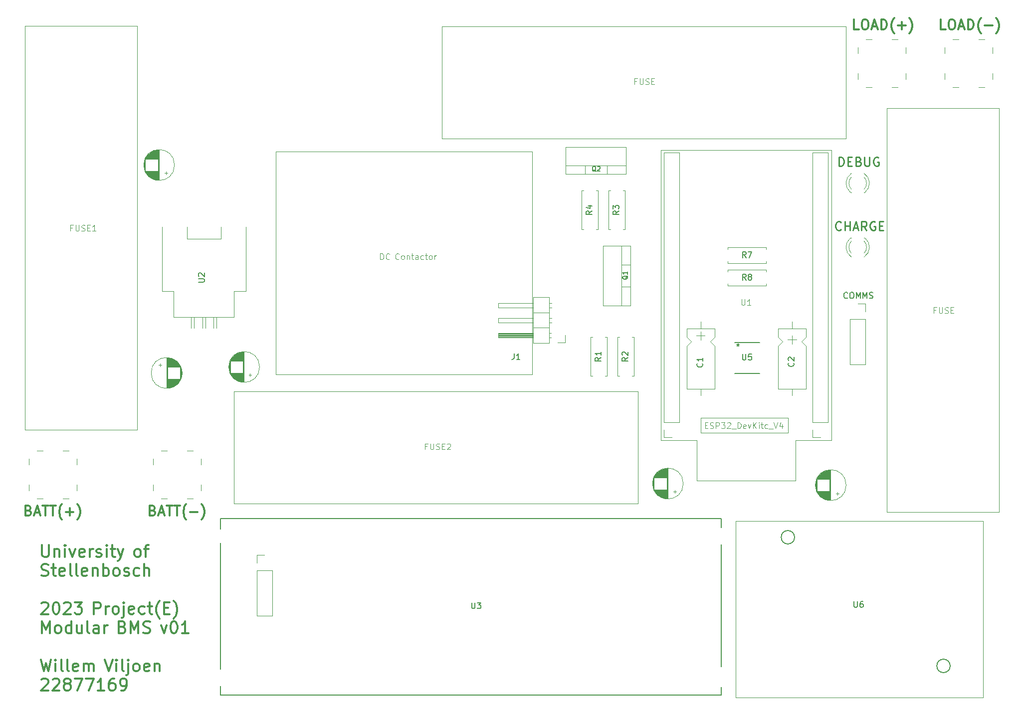
<source format=gbr>
%TF.GenerationSoftware,KiCad,Pcbnew,(7.0.0-0)*%
%TF.CreationDate,2023-07-06T19:43:53+02:00*%
%TF.ProjectId,Mstr_Controller_Board_v01,4d737472-5f43-46f6-9e74-726f6c6c6572,v01*%
%TF.SameCoordinates,Original*%
%TF.FileFunction,Legend,Top*%
%TF.FilePolarity,Positive*%
%FSLAX46Y46*%
G04 Gerber Fmt 4.6, Leading zero omitted, Abs format (unit mm)*
G04 Created by KiCad (PCBNEW (7.0.0-0)) date 2023-07-06 19:43:53*
%MOMM*%
%LPD*%
G01*
G04 APERTURE LIST*
%ADD10C,0.150000*%
%ADD11C,0.250000*%
%ADD12C,0.350000*%
%ADD13C,0.300000*%
%ADD14C,0.100000*%
%ADD15C,0.120000*%
%ADD16C,0.152400*%
%ADD17C,0.127000*%
G04 APERTURE END LIST*
D10*
X186377923Y-122153000D02*
G75*
G03*
X186377923Y-122153000I-1135923J0D01*
G01*
X212793923Y-143997000D02*
G75*
G03*
X212793923Y-143997000I-1135923J0D01*
G01*
D11*
X194254285Y-69888714D02*
X194182857Y-69960142D01*
X194182857Y-69960142D02*
X193968571Y-70031571D01*
X193968571Y-70031571D02*
X193825714Y-70031571D01*
X193825714Y-70031571D02*
X193611428Y-69960142D01*
X193611428Y-69960142D02*
X193468571Y-69817285D01*
X193468571Y-69817285D02*
X193397142Y-69674428D01*
X193397142Y-69674428D02*
X193325714Y-69388714D01*
X193325714Y-69388714D02*
X193325714Y-69174428D01*
X193325714Y-69174428D02*
X193397142Y-68888714D01*
X193397142Y-68888714D02*
X193468571Y-68745857D01*
X193468571Y-68745857D02*
X193611428Y-68603000D01*
X193611428Y-68603000D02*
X193825714Y-68531571D01*
X193825714Y-68531571D02*
X193968571Y-68531571D01*
X193968571Y-68531571D02*
X194182857Y-68603000D01*
X194182857Y-68603000D02*
X194254285Y-68674428D01*
X194897142Y-70031571D02*
X194897142Y-68531571D01*
X194897142Y-69245857D02*
X195754285Y-69245857D01*
X195754285Y-70031571D02*
X195754285Y-68531571D01*
X196397143Y-69603000D02*
X197111429Y-69603000D01*
X196254286Y-70031571D02*
X196754286Y-68531571D01*
X196754286Y-68531571D02*
X197254286Y-70031571D01*
X198611428Y-70031571D02*
X198111428Y-69317285D01*
X197754285Y-70031571D02*
X197754285Y-68531571D01*
X197754285Y-68531571D02*
X198325714Y-68531571D01*
X198325714Y-68531571D02*
X198468571Y-68603000D01*
X198468571Y-68603000D02*
X198540000Y-68674428D01*
X198540000Y-68674428D02*
X198611428Y-68817285D01*
X198611428Y-68817285D02*
X198611428Y-69031571D01*
X198611428Y-69031571D02*
X198540000Y-69174428D01*
X198540000Y-69174428D02*
X198468571Y-69245857D01*
X198468571Y-69245857D02*
X198325714Y-69317285D01*
X198325714Y-69317285D02*
X197754285Y-69317285D01*
X200040000Y-68603000D02*
X199897143Y-68531571D01*
X199897143Y-68531571D02*
X199682857Y-68531571D01*
X199682857Y-68531571D02*
X199468571Y-68603000D01*
X199468571Y-68603000D02*
X199325714Y-68745857D01*
X199325714Y-68745857D02*
X199254285Y-68888714D01*
X199254285Y-68888714D02*
X199182857Y-69174428D01*
X199182857Y-69174428D02*
X199182857Y-69388714D01*
X199182857Y-69388714D02*
X199254285Y-69674428D01*
X199254285Y-69674428D02*
X199325714Y-69817285D01*
X199325714Y-69817285D02*
X199468571Y-69960142D01*
X199468571Y-69960142D02*
X199682857Y-70031571D01*
X199682857Y-70031571D02*
X199825714Y-70031571D01*
X199825714Y-70031571D02*
X200040000Y-69960142D01*
X200040000Y-69960142D02*
X200111428Y-69888714D01*
X200111428Y-69888714D02*
X200111428Y-69388714D01*
X200111428Y-69388714D02*
X199825714Y-69388714D01*
X200754285Y-69245857D02*
X201254285Y-69245857D01*
X201468571Y-70031571D02*
X200754285Y-70031571D01*
X200754285Y-70031571D02*
X200754285Y-68531571D01*
X200754285Y-68531571D02*
X201468571Y-68531571D01*
X193905142Y-59109571D02*
X193905142Y-57609571D01*
X193905142Y-57609571D02*
X194262285Y-57609571D01*
X194262285Y-57609571D02*
X194476571Y-57681000D01*
X194476571Y-57681000D02*
X194619428Y-57823857D01*
X194619428Y-57823857D02*
X194690857Y-57966714D01*
X194690857Y-57966714D02*
X194762285Y-58252428D01*
X194762285Y-58252428D02*
X194762285Y-58466714D01*
X194762285Y-58466714D02*
X194690857Y-58752428D01*
X194690857Y-58752428D02*
X194619428Y-58895285D01*
X194619428Y-58895285D02*
X194476571Y-59038142D01*
X194476571Y-59038142D02*
X194262285Y-59109571D01*
X194262285Y-59109571D02*
X193905142Y-59109571D01*
X195405142Y-58323857D02*
X195905142Y-58323857D01*
X196119428Y-59109571D02*
X195405142Y-59109571D01*
X195405142Y-59109571D02*
X195405142Y-57609571D01*
X195405142Y-57609571D02*
X196119428Y-57609571D01*
X197262285Y-58323857D02*
X197476571Y-58395285D01*
X197476571Y-58395285D02*
X197548000Y-58466714D01*
X197548000Y-58466714D02*
X197619428Y-58609571D01*
X197619428Y-58609571D02*
X197619428Y-58823857D01*
X197619428Y-58823857D02*
X197548000Y-58966714D01*
X197548000Y-58966714D02*
X197476571Y-59038142D01*
X197476571Y-59038142D02*
X197333714Y-59109571D01*
X197333714Y-59109571D02*
X196762285Y-59109571D01*
X196762285Y-59109571D02*
X196762285Y-57609571D01*
X196762285Y-57609571D02*
X197262285Y-57609571D01*
X197262285Y-57609571D02*
X197405143Y-57681000D01*
X197405143Y-57681000D02*
X197476571Y-57752428D01*
X197476571Y-57752428D02*
X197548000Y-57895285D01*
X197548000Y-57895285D02*
X197548000Y-58038142D01*
X197548000Y-58038142D02*
X197476571Y-58181000D01*
X197476571Y-58181000D02*
X197405143Y-58252428D01*
X197405143Y-58252428D02*
X197262285Y-58323857D01*
X197262285Y-58323857D02*
X196762285Y-58323857D01*
X198262285Y-57609571D02*
X198262285Y-58823857D01*
X198262285Y-58823857D02*
X198333714Y-58966714D01*
X198333714Y-58966714D02*
X198405143Y-59038142D01*
X198405143Y-59038142D02*
X198548000Y-59109571D01*
X198548000Y-59109571D02*
X198833714Y-59109571D01*
X198833714Y-59109571D02*
X198976571Y-59038142D01*
X198976571Y-59038142D02*
X199048000Y-58966714D01*
X199048000Y-58966714D02*
X199119428Y-58823857D01*
X199119428Y-58823857D02*
X199119428Y-57609571D01*
X200619429Y-57681000D02*
X200476572Y-57609571D01*
X200476572Y-57609571D02*
X200262286Y-57609571D01*
X200262286Y-57609571D02*
X200048000Y-57681000D01*
X200048000Y-57681000D02*
X199905143Y-57823857D01*
X199905143Y-57823857D02*
X199833714Y-57966714D01*
X199833714Y-57966714D02*
X199762286Y-58252428D01*
X199762286Y-58252428D02*
X199762286Y-58466714D01*
X199762286Y-58466714D02*
X199833714Y-58752428D01*
X199833714Y-58752428D02*
X199905143Y-58895285D01*
X199905143Y-58895285D02*
X200048000Y-59038142D01*
X200048000Y-59038142D02*
X200262286Y-59109571D01*
X200262286Y-59109571D02*
X200405143Y-59109571D01*
X200405143Y-59109571D02*
X200619429Y-59038142D01*
X200619429Y-59038142D02*
X200690857Y-58966714D01*
X200690857Y-58966714D02*
X200690857Y-58466714D01*
X200690857Y-58466714D02*
X200405143Y-58466714D01*
D12*
X58642190Y-123474761D02*
X58642190Y-125093809D01*
X58642190Y-125093809D02*
X58737428Y-125284285D01*
X58737428Y-125284285D02*
X58832666Y-125379523D01*
X58832666Y-125379523D02*
X59023142Y-125474761D01*
X59023142Y-125474761D02*
X59404095Y-125474761D01*
X59404095Y-125474761D02*
X59594571Y-125379523D01*
X59594571Y-125379523D02*
X59689809Y-125284285D01*
X59689809Y-125284285D02*
X59785047Y-125093809D01*
X59785047Y-125093809D02*
X59785047Y-123474761D01*
X60737428Y-124141428D02*
X60737428Y-125474761D01*
X60737428Y-124331904D02*
X60832666Y-124236666D01*
X60832666Y-124236666D02*
X61023142Y-124141428D01*
X61023142Y-124141428D02*
X61308857Y-124141428D01*
X61308857Y-124141428D02*
X61499333Y-124236666D01*
X61499333Y-124236666D02*
X61594571Y-124427142D01*
X61594571Y-124427142D02*
X61594571Y-125474761D01*
X62546952Y-125474761D02*
X62546952Y-124141428D01*
X62546952Y-123474761D02*
X62451714Y-123570000D01*
X62451714Y-123570000D02*
X62546952Y-123665238D01*
X62546952Y-123665238D02*
X62642190Y-123570000D01*
X62642190Y-123570000D02*
X62546952Y-123474761D01*
X62546952Y-123474761D02*
X62546952Y-123665238D01*
X63308857Y-124141428D02*
X63785047Y-125474761D01*
X63785047Y-125474761D02*
X64261238Y-124141428D01*
X65785048Y-125379523D02*
X65594572Y-125474761D01*
X65594572Y-125474761D02*
X65213619Y-125474761D01*
X65213619Y-125474761D02*
X65023143Y-125379523D01*
X65023143Y-125379523D02*
X64927905Y-125189047D01*
X64927905Y-125189047D02*
X64927905Y-124427142D01*
X64927905Y-124427142D02*
X65023143Y-124236666D01*
X65023143Y-124236666D02*
X65213619Y-124141428D01*
X65213619Y-124141428D02*
X65594572Y-124141428D01*
X65594572Y-124141428D02*
X65785048Y-124236666D01*
X65785048Y-124236666D02*
X65880286Y-124427142D01*
X65880286Y-124427142D02*
X65880286Y-124617619D01*
X65880286Y-124617619D02*
X64927905Y-124808095D01*
X66737429Y-125474761D02*
X66737429Y-124141428D01*
X66737429Y-124522380D02*
X66832667Y-124331904D01*
X66832667Y-124331904D02*
X66927905Y-124236666D01*
X66927905Y-124236666D02*
X67118381Y-124141428D01*
X67118381Y-124141428D02*
X67308858Y-124141428D01*
X67880286Y-125379523D02*
X68070762Y-125474761D01*
X68070762Y-125474761D02*
X68451714Y-125474761D01*
X68451714Y-125474761D02*
X68642191Y-125379523D01*
X68642191Y-125379523D02*
X68737429Y-125189047D01*
X68737429Y-125189047D02*
X68737429Y-125093809D01*
X68737429Y-125093809D02*
X68642191Y-124903333D01*
X68642191Y-124903333D02*
X68451714Y-124808095D01*
X68451714Y-124808095D02*
X68166000Y-124808095D01*
X68166000Y-124808095D02*
X67975524Y-124712857D01*
X67975524Y-124712857D02*
X67880286Y-124522380D01*
X67880286Y-124522380D02*
X67880286Y-124427142D01*
X67880286Y-124427142D02*
X67975524Y-124236666D01*
X67975524Y-124236666D02*
X68166000Y-124141428D01*
X68166000Y-124141428D02*
X68451714Y-124141428D01*
X68451714Y-124141428D02*
X68642191Y-124236666D01*
X69594572Y-125474761D02*
X69594572Y-124141428D01*
X69594572Y-123474761D02*
X69499334Y-123570000D01*
X69499334Y-123570000D02*
X69594572Y-123665238D01*
X69594572Y-123665238D02*
X69689810Y-123570000D01*
X69689810Y-123570000D02*
X69594572Y-123474761D01*
X69594572Y-123474761D02*
X69594572Y-123665238D01*
X70261239Y-124141428D02*
X71023143Y-124141428D01*
X70546953Y-123474761D02*
X70546953Y-125189047D01*
X70546953Y-125189047D02*
X70642191Y-125379523D01*
X70642191Y-125379523D02*
X70832667Y-125474761D01*
X70832667Y-125474761D02*
X71023143Y-125474761D01*
X71499334Y-124141428D02*
X71975524Y-125474761D01*
X72451715Y-124141428D02*
X71975524Y-125474761D01*
X71975524Y-125474761D02*
X71785048Y-125950952D01*
X71785048Y-125950952D02*
X71689810Y-126046190D01*
X71689810Y-126046190D02*
X71499334Y-126141428D01*
X74699334Y-125474761D02*
X74508858Y-125379523D01*
X74508858Y-125379523D02*
X74413620Y-125284285D01*
X74413620Y-125284285D02*
X74318382Y-125093809D01*
X74318382Y-125093809D02*
X74318382Y-124522380D01*
X74318382Y-124522380D02*
X74413620Y-124331904D01*
X74413620Y-124331904D02*
X74508858Y-124236666D01*
X74508858Y-124236666D02*
X74699334Y-124141428D01*
X74699334Y-124141428D02*
X74985049Y-124141428D01*
X74985049Y-124141428D02*
X75175525Y-124236666D01*
X75175525Y-124236666D02*
X75270763Y-124331904D01*
X75270763Y-124331904D02*
X75366001Y-124522380D01*
X75366001Y-124522380D02*
X75366001Y-125093809D01*
X75366001Y-125093809D02*
X75270763Y-125284285D01*
X75270763Y-125284285D02*
X75175525Y-125379523D01*
X75175525Y-125379523D02*
X74985049Y-125474761D01*
X74985049Y-125474761D02*
X74699334Y-125474761D01*
X75937430Y-124141428D02*
X76699334Y-124141428D01*
X76223144Y-125474761D02*
X76223144Y-123760476D01*
X76223144Y-123760476D02*
X76318382Y-123570000D01*
X76318382Y-123570000D02*
X76508858Y-123474761D01*
X76508858Y-123474761D02*
X76699334Y-123474761D01*
X58546952Y-128619523D02*
X58832666Y-128714761D01*
X58832666Y-128714761D02*
X59308857Y-128714761D01*
X59308857Y-128714761D02*
X59499333Y-128619523D01*
X59499333Y-128619523D02*
X59594571Y-128524285D01*
X59594571Y-128524285D02*
X59689809Y-128333809D01*
X59689809Y-128333809D02*
X59689809Y-128143333D01*
X59689809Y-128143333D02*
X59594571Y-127952857D01*
X59594571Y-127952857D02*
X59499333Y-127857619D01*
X59499333Y-127857619D02*
X59308857Y-127762380D01*
X59308857Y-127762380D02*
X58927904Y-127667142D01*
X58927904Y-127667142D02*
X58737428Y-127571904D01*
X58737428Y-127571904D02*
X58642190Y-127476666D01*
X58642190Y-127476666D02*
X58546952Y-127286190D01*
X58546952Y-127286190D02*
X58546952Y-127095714D01*
X58546952Y-127095714D02*
X58642190Y-126905238D01*
X58642190Y-126905238D02*
X58737428Y-126810000D01*
X58737428Y-126810000D02*
X58927904Y-126714761D01*
X58927904Y-126714761D02*
X59404095Y-126714761D01*
X59404095Y-126714761D02*
X59689809Y-126810000D01*
X60261238Y-127381428D02*
X61023142Y-127381428D01*
X60546952Y-126714761D02*
X60546952Y-128429047D01*
X60546952Y-128429047D02*
X60642190Y-128619523D01*
X60642190Y-128619523D02*
X60832666Y-128714761D01*
X60832666Y-128714761D02*
X61023142Y-128714761D01*
X62451714Y-128619523D02*
X62261238Y-128714761D01*
X62261238Y-128714761D02*
X61880285Y-128714761D01*
X61880285Y-128714761D02*
X61689809Y-128619523D01*
X61689809Y-128619523D02*
X61594571Y-128429047D01*
X61594571Y-128429047D02*
X61594571Y-127667142D01*
X61594571Y-127667142D02*
X61689809Y-127476666D01*
X61689809Y-127476666D02*
X61880285Y-127381428D01*
X61880285Y-127381428D02*
X62261238Y-127381428D01*
X62261238Y-127381428D02*
X62451714Y-127476666D01*
X62451714Y-127476666D02*
X62546952Y-127667142D01*
X62546952Y-127667142D02*
X62546952Y-127857619D01*
X62546952Y-127857619D02*
X61594571Y-128048095D01*
X63689809Y-128714761D02*
X63499333Y-128619523D01*
X63499333Y-128619523D02*
X63404095Y-128429047D01*
X63404095Y-128429047D02*
X63404095Y-126714761D01*
X64737428Y-128714761D02*
X64546952Y-128619523D01*
X64546952Y-128619523D02*
X64451714Y-128429047D01*
X64451714Y-128429047D02*
X64451714Y-126714761D01*
X66261238Y-128619523D02*
X66070762Y-128714761D01*
X66070762Y-128714761D02*
X65689809Y-128714761D01*
X65689809Y-128714761D02*
X65499333Y-128619523D01*
X65499333Y-128619523D02*
X65404095Y-128429047D01*
X65404095Y-128429047D02*
X65404095Y-127667142D01*
X65404095Y-127667142D02*
X65499333Y-127476666D01*
X65499333Y-127476666D02*
X65689809Y-127381428D01*
X65689809Y-127381428D02*
X66070762Y-127381428D01*
X66070762Y-127381428D02*
X66261238Y-127476666D01*
X66261238Y-127476666D02*
X66356476Y-127667142D01*
X66356476Y-127667142D02*
X66356476Y-127857619D01*
X66356476Y-127857619D02*
X65404095Y-128048095D01*
X67213619Y-127381428D02*
X67213619Y-128714761D01*
X67213619Y-127571904D02*
X67308857Y-127476666D01*
X67308857Y-127476666D02*
X67499333Y-127381428D01*
X67499333Y-127381428D02*
X67785048Y-127381428D01*
X67785048Y-127381428D02*
X67975524Y-127476666D01*
X67975524Y-127476666D02*
X68070762Y-127667142D01*
X68070762Y-127667142D02*
X68070762Y-128714761D01*
X69023143Y-128714761D02*
X69023143Y-126714761D01*
X69023143Y-127476666D02*
X69213619Y-127381428D01*
X69213619Y-127381428D02*
X69594572Y-127381428D01*
X69594572Y-127381428D02*
X69785048Y-127476666D01*
X69785048Y-127476666D02*
X69880286Y-127571904D01*
X69880286Y-127571904D02*
X69975524Y-127762380D01*
X69975524Y-127762380D02*
X69975524Y-128333809D01*
X69975524Y-128333809D02*
X69880286Y-128524285D01*
X69880286Y-128524285D02*
X69785048Y-128619523D01*
X69785048Y-128619523D02*
X69594572Y-128714761D01*
X69594572Y-128714761D02*
X69213619Y-128714761D01*
X69213619Y-128714761D02*
X69023143Y-128619523D01*
X71118381Y-128714761D02*
X70927905Y-128619523D01*
X70927905Y-128619523D02*
X70832667Y-128524285D01*
X70832667Y-128524285D02*
X70737429Y-128333809D01*
X70737429Y-128333809D02*
X70737429Y-127762380D01*
X70737429Y-127762380D02*
X70832667Y-127571904D01*
X70832667Y-127571904D02*
X70927905Y-127476666D01*
X70927905Y-127476666D02*
X71118381Y-127381428D01*
X71118381Y-127381428D02*
X71404096Y-127381428D01*
X71404096Y-127381428D02*
X71594572Y-127476666D01*
X71594572Y-127476666D02*
X71689810Y-127571904D01*
X71689810Y-127571904D02*
X71785048Y-127762380D01*
X71785048Y-127762380D02*
X71785048Y-128333809D01*
X71785048Y-128333809D02*
X71689810Y-128524285D01*
X71689810Y-128524285D02*
X71594572Y-128619523D01*
X71594572Y-128619523D02*
X71404096Y-128714761D01*
X71404096Y-128714761D02*
X71118381Y-128714761D01*
X72546953Y-128619523D02*
X72737429Y-128714761D01*
X72737429Y-128714761D02*
X73118381Y-128714761D01*
X73118381Y-128714761D02*
X73308858Y-128619523D01*
X73308858Y-128619523D02*
X73404096Y-128429047D01*
X73404096Y-128429047D02*
X73404096Y-128333809D01*
X73404096Y-128333809D02*
X73308858Y-128143333D01*
X73308858Y-128143333D02*
X73118381Y-128048095D01*
X73118381Y-128048095D02*
X72832667Y-128048095D01*
X72832667Y-128048095D02*
X72642191Y-127952857D01*
X72642191Y-127952857D02*
X72546953Y-127762380D01*
X72546953Y-127762380D02*
X72546953Y-127667142D01*
X72546953Y-127667142D02*
X72642191Y-127476666D01*
X72642191Y-127476666D02*
X72832667Y-127381428D01*
X72832667Y-127381428D02*
X73118381Y-127381428D01*
X73118381Y-127381428D02*
X73308858Y-127476666D01*
X75118382Y-128619523D02*
X74927906Y-128714761D01*
X74927906Y-128714761D02*
X74546953Y-128714761D01*
X74546953Y-128714761D02*
X74356477Y-128619523D01*
X74356477Y-128619523D02*
X74261239Y-128524285D01*
X74261239Y-128524285D02*
X74166001Y-128333809D01*
X74166001Y-128333809D02*
X74166001Y-127762380D01*
X74166001Y-127762380D02*
X74261239Y-127571904D01*
X74261239Y-127571904D02*
X74356477Y-127476666D01*
X74356477Y-127476666D02*
X74546953Y-127381428D01*
X74546953Y-127381428D02*
X74927906Y-127381428D01*
X74927906Y-127381428D02*
X75118382Y-127476666D01*
X75975525Y-128714761D02*
X75975525Y-126714761D01*
X76832668Y-128714761D02*
X76832668Y-127667142D01*
X76832668Y-127667142D02*
X76737430Y-127476666D01*
X76737430Y-127476666D02*
X76546954Y-127381428D01*
X76546954Y-127381428D02*
X76261239Y-127381428D01*
X76261239Y-127381428D02*
X76070763Y-127476666D01*
X76070763Y-127476666D02*
X75975525Y-127571904D01*
X58546952Y-133385238D02*
X58642190Y-133290000D01*
X58642190Y-133290000D02*
X58832666Y-133194761D01*
X58832666Y-133194761D02*
X59308857Y-133194761D01*
X59308857Y-133194761D02*
X59499333Y-133290000D01*
X59499333Y-133290000D02*
X59594571Y-133385238D01*
X59594571Y-133385238D02*
X59689809Y-133575714D01*
X59689809Y-133575714D02*
X59689809Y-133766190D01*
X59689809Y-133766190D02*
X59594571Y-134051904D01*
X59594571Y-134051904D02*
X58451714Y-135194761D01*
X58451714Y-135194761D02*
X59689809Y-135194761D01*
X60927904Y-133194761D02*
X61118381Y-133194761D01*
X61118381Y-133194761D02*
X61308857Y-133290000D01*
X61308857Y-133290000D02*
X61404095Y-133385238D01*
X61404095Y-133385238D02*
X61499333Y-133575714D01*
X61499333Y-133575714D02*
X61594571Y-133956666D01*
X61594571Y-133956666D02*
X61594571Y-134432857D01*
X61594571Y-134432857D02*
X61499333Y-134813809D01*
X61499333Y-134813809D02*
X61404095Y-135004285D01*
X61404095Y-135004285D02*
X61308857Y-135099523D01*
X61308857Y-135099523D02*
X61118381Y-135194761D01*
X61118381Y-135194761D02*
X60927904Y-135194761D01*
X60927904Y-135194761D02*
X60737428Y-135099523D01*
X60737428Y-135099523D02*
X60642190Y-135004285D01*
X60642190Y-135004285D02*
X60546952Y-134813809D01*
X60546952Y-134813809D02*
X60451714Y-134432857D01*
X60451714Y-134432857D02*
X60451714Y-133956666D01*
X60451714Y-133956666D02*
X60546952Y-133575714D01*
X60546952Y-133575714D02*
X60642190Y-133385238D01*
X60642190Y-133385238D02*
X60737428Y-133290000D01*
X60737428Y-133290000D02*
X60927904Y-133194761D01*
X62356476Y-133385238D02*
X62451714Y-133290000D01*
X62451714Y-133290000D02*
X62642190Y-133194761D01*
X62642190Y-133194761D02*
X63118381Y-133194761D01*
X63118381Y-133194761D02*
X63308857Y-133290000D01*
X63308857Y-133290000D02*
X63404095Y-133385238D01*
X63404095Y-133385238D02*
X63499333Y-133575714D01*
X63499333Y-133575714D02*
X63499333Y-133766190D01*
X63499333Y-133766190D02*
X63404095Y-134051904D01*
X63404095Y-134051904D02*
X62261238Y-135194761D01*
X62261238Y-135194761D02*
X63499333Y-135194761D01*
X64166000Y-133194761D02*
X65404095Y-133194761D01*
X65404095Y-133194761D02*
X64737428Y-133956666D01*
X64737428Y-133956666D02*
X65023143Y-133956666D01*
X65023143Y-133956666D02*
X65213619Y-134051904D01*
X65213619Y-134051904D02*
X65308857Y-134147142D01*
X65308857Y-134147142D02*
X65404095Y-134337619D01*
X65404095Y-134337619D02*
X65404095Y-134813809D01*
X65404095Y-134813809D02*
X65308857Y-135004285D01*
X65308857Y-135004285D02*
X65213619Y-135099523D01*
X65213619Y-135099523D02*
X65023143Y-135194761D01*
X65023143Y-135194761D02*
X64451714Y-135194761D01*
X64451714Y-135194761D02*
X64261238Y-135099523D01*
X64261238Y-135099523D02*
X64166000Y-135004285D01*
X67461238Y-135194761D02*
X67461238Y-133194761D01*
X67461238Y-133194761D02*
X68223143Y-133194761D01*
X68223143Y-133194761D02*
X68413619Y-133290000D01*
X68413619Y-133290000D02*
X68508857Y-133385238D01*
X68508857Y-133385238D02*
X68604095Y-133575714D01*
X68604095Y-133575714D02*
X68604095Y-133861428D01*
X68604095Y-133861428D02*
X68508857Y-134051904D01*
X68508857Y-134051904D02*
X68413619Y-134147142D01*
X68413619Y-134147142D02*
X68223143Y-134242380D01*
X68223143Y-134242380D02*
X67461238Y-134242380D01*
X69461238Y-135194761D02*
X69461238Y-133861428D01*
X69461238Y-134242380D02*
X69556476Y-134051904D01*
X69556476Y-134051904D02*
X69651714Y-133956666D01*
X69651714Y-133956666D02*
X69842190Y-133861428D01*
X69842190Y-133861428D02*
X70032667Y-133861428D01*
X70985047Y-135194761D02*
X70794571Y-135099523D01*
X70794571Y-135099523D02*
X70699333Y-135004285D01*
X70699333Y-135004285D02*
X70604095Y-134813809D01*
X70604095Y-134813809D02*
X70604095Y-134242380D01*
X70604095Y-134242380D02*
X70699333Y-134051904D01*
X70699333Y-134051904D02*
X70794571Y-133956666D01*
X70794571Y-133956666D02*
X70985047Y-133861428D01*
X70985047Y-133861428D02*
X71270762Y-133861428D01*
X71270762Y-133861428D02*
X71461238Y-133956666D01*
X71461238Y-133956666D02*
X71556476Y-134051904D01*
X71556476Y-134051904D02*
X71651714Y-134242380D01*
X71651714Y-134242380D02*
X71651714Y-134813809D01*
X71651714Y-134813809D02*
X71556476Y-135004285D01*
X71556476Y-135004285D02*
X71461238Y-135099523D01*
X71461238Y-135099523D02*
X71270762Y-135194761D01*
X71270762Y-135194761D02*
X70985047Y-135194761D01*
X72508857Y-133861428D02*
X72508857Y-135575714D01*
X72508857Y-135575714D02*
X72413619Y-135766190D01*
X72413619Y-135766190D02*
X72223143Y-135861428D01*
X72223143Y-135861428D02*
X72127905Y-135861428D01*
X72508857Y-133194761D02*
X72413619Y-133290000D01*
X72413619Y-133290000D02*
X72508857Y-133385238D01*
X72508857Y-133385238D02*
X72604095Y-133290000D01*
X72604095Y-133290000D02*
X72508857Y-133194761D01*
X72508857Y-133194761D02*
X72508857Y-133385238D01*
X74223143Y-135099523D02*
X74032667Y-135194761D01*
X74032667Y-135194761D02*
X73651714Y-135194761D01*
X73651714Y-135194761D02*
X73461238Y-135099523D01*
X73461238Y-135099523D02*
X73366000Y-134909047D01*
X73366000Y-134909047D02*
X73366000Y-134147142D01*
X73366000Y-134147142D02*
X73461238Y-133956666D01*
X73461238Y-133956666D02*
X73651714Y-133861428D01*
X73651714Y-133861428D02*
X74032667Y-133861428D01*
X74032667Y-133861428D02*
X74223143Y-133956666D01*
X74223143Y-133956666D02*
X74318381Y-134147142D01*
X74318381Y-134147142D02*
X74318381Y-134337619D01*
X74318381Y-134337619D02*
X73366000Y-134528095D01*
X76032667Y-135099523D02*
X75842191Y-135194761D01*
X75842191Y-135194761D02*
X75461238Y-135194761D01*
X75461238Y-135194761D02*
X75270762Y-135099523D01*
X75270762Y-135099523D02*
X75175524Y-135004285D01*
X75175524Y-135004285D02*
X75080286Y-134813809D01*
X75080286Y-134813809D02*
X75080286Y-134242380D01*
X75080286Y-134242380D02*
X75175524Y-134051904D01*
X75175524Y-134051904D02*
X75270762Y-133956666D01*
X75270762Y-133956666D02*
X75461238Y-133861428D01*
X75461238Y-133861428D02*
X75842191Y-133861428D01*
X75842191Y-133861428D02*
X76032667Y-133956666D01*
X76604096Y-133861428D02*
X77366000Y-133861428D01*
X76889810Y-133194761D02*
X76889810Y-134909047D01*
X76889810Y-134909047D02*
X76985048Y-135099523D01*
X76985048Y-135099523D02*
X77175524Y-135194761D01*
X77175524Y-135194761D02*
X77366000Y-135194761D01*
X78604096Y-135956666D02*
X78508857Y-135861428D01*
X78508857Y-135861428D02*
X78318381Y-135575714D01*
X78318381Y-135575714D02*
X78223143Y-135385238D01*
X78223143Y-135385238D02*
X78127905Y-135099523D01*
X78127905Y-135099523D02*
X78032667Y-134623333D01*
X78032667Y-134623333D02*
X78032667Y-134242380D01*
X78032667Y-134242380D02*
X78127905Y-133766190D01*
X78127905Y-133766190D02*
X78223143Y-133480476D01*
X78223143Y-133480476D02*
X78318381Y-133290000D01*
X78318381Y-133290000D02*
X78508857Y-133004285D01*
X78508857Y-133004285D02*
X78604096Y-132909047D01*
X79366000Y-134147142D02*
X80032667Y-134147142D01*
X80318381Y-135194761D02*
X79366000Y-135194761D01*
X79366000Y-135194761D02*
X79366000Y-133194761D01*
X79366000Y-133194761D02*
X80318381Y-133194761D01*
X80985048Y-135956666D02*
X81080286Y-135861428D01*
X81080286Y-135861428D02*
X81270762Y-135575714D01*
X81270762Y-135575714D02*
X81366000Y-135385238D01*
X81366000Y-135385238D02*
X81461238Y-135099523D01*
X81461238Y-135099523D02*
X81556476Y-134623333D01*
X81556476Y-134623333D02*
X81556476Y-134242380D01*
X81556476Y-134242380D02*
X81461238Y-133766190D01*
X81461238Y-133766190D02*
X81366000Y-133480476D01*
X81366000Y-133480476D02*
X81270762Y-133290000D01*
X81270762Y-133290000D02*
X81080286Y-133004285D01*
X81080286Y-133004285D02*
X80985048Y-132909047D01*
X58642190Y-138434761D02*
X58642190Y-136434761D01*
X58642190Y-136434761D02*
X59308857Y-137863333D01*
X59308857Y-137863333D02*
X59975523Y-136434761D01*
X59975523Y-136434761D02*
X59975523Y-138434761D01*
X61213618Y-138434761D02*
X61023142Y-138339523D01*
X61023142Y-138339523D02*
X60927904Y-138244285D01*
X60927904Y-138244285D02*
X60832666Y-138053809D01*
X60832666Y-138053809D02*
X60832666Y-137482380D01*
X60832666Y-137482380D02*
X60927904Y-137291904D01*
X60927904Y-137291904D02*
X61023142Y-137196666D01*
X61023142Y-137196666D02*
X61213618Y-137101428D01*
X61213618Y-137101428D02*
X61499333Y-137101428D01*
X61499333Y-137101428D02*
X61689809Y-137196666D01*
X61689809Y-137196666D02*
X61785047Y-137291904D01*
X61785047Y-137291904D02*
X61880285Y-137482380D01*
X61880285Y-137482380D02*
X61880285Y-138053809D01*
X61880285Y-138053809D02*
X61785047Y-138244285D01*
X61785047Y-138244285D02*
X61689809Y-138339523D01*
X61689809Y-138339523D02*
X61499333Y-138434761D01*
X61499333Y-138434761D02*
X61213618Y-138434761D01*
X63594571Y-138434761D02*
X63594571Y-136434761D01*
X63594571Y-138339523D02*
X63404095Y-138434761D01*
X63404095Y-138434761D02*
X63023142Y-138434761D01*
X63023142Y-138434761D02*
X62832666Y-138339523D01*
X62832666Y-138339523D02*
X62737428Y-138244285D01*
X62737428Y-138244285D02*
X62642190Y-138053809D01*
X62642190Y-138053809D02*
X62642190Y-137482380D01*
X62642190Y-137482380D02*
X62737428Y-137291904D01*
X62737428Y-137291904D02*
X62832666Y-137196666D01*
X62832666Y-137196666D02*
X63023142Y-137101428D01*
X63023142Y-137101428D02*
X63404095Y-137101428D01*
X63404095Y-137101428D02*
X63594571Y-137196666D01*
X65404095Y-137101428D02*
X65404095Y-138434761D01*
X64546952Y-137101428D02*
X64546952Y-138149047D01*
X64546952Y-138149047D02*
X64642190Y-138339523D01*
X64642190Y-138339523D02*
X64832666Y-138434761D01*
X64832666Y-138434761D02*
X65118381Y-138434761D01*
X65118381Y-138434761D02*
X65308857Y-138339523D01*
X65308857Y-138339523D02*
X65404095Y-138244285D01*
X66642190Y-138434761D02*
X66451714Y-138339523D01*
X66451714Y-138339523D02*
X66356476Y-138149047D01*
X66356476Y-138149047D02*
X66356476Y-136434761D01*
X68261238Y-138434761D02*
X68261238Y-137387142D01*
X68261238Y-137387142D02*
X68166000Y-137196666D01*
X68166000Y-137196666D02*
X67975524Y-137101428D01*
X67975524Y-137101428D02*
X67594571Y-137101428D01*
X67594571Y-137101428D02*
X67404095Y-137196666D01*
X68261238Y-138339523D02*
X68070762Y-138434761D01*
X68070762Y-138434761D02*
X67594571Y-138434761D01*
X67594571Y-138434761D02*
X67404095Y-138339523D01*
X67404095Y-138339523D02*
X67308857Y-138149047D01*
X67308857Y-138149047D02*
X67308857Y-137958571D01*
X67308857Y-137958571D02*
X67404095Y-137768095D01*
X67404095Y-137768095D02*
X67594571Y-137672857D01*
X67594571Y-137672857D02*
X68070762Y-137672857D01*
X68070762Y-137672857D02*
X68261238Y-137577619D01*
X69213619Y-138434761D02*
X69213619Y-137101428D01*
X69213619Y-137482380D02*
X69308857Y-137291904D01*
X69308857Y-137291904D02*
X69404095Y-137196666D01*
X69404095Y-137196666D02*
X69594571Y-137101428D01*
X69594571Y-137101428D02*
X69785048Y-137101428D01*
X72318381Y-137387142D02*
X72604095Y-137482380D01*
X72604095Y-137482380D02*
X72699333Y-137577619D01*
X72699333Y-137577619D02*
X72794571Y-137768095D01*
X72794571Y-137768095D02*
X72794571Y-138053809D01*
X72794571Y-138053809D02*
X72699333Y-138244285D01*
X72699333Y-138244285D02*
X72604095Y-138339523D01*
X72604095Y-138339523D02*
X72413619Y-138434761D01*
X72413619Y-138434761D02*
X71651714Y-138434761D01*
X71651714Y-138434761D02*
X71651714Y-136434761D01*
X71651714Y-136434761D02*
X72318381Y-136434761D01*
X72318381Y-136434761D02*
X72508857Y-136530000D01*
X72508857Y-136530000D02*
X72604095Y-136625238D01*
X72604095Y-136625238D02*
X72699333Y-136815714D01*
X72699333Y-136815714D02*
X72699333Y-137006190D01*
X72699333Y-137006190D02*
X72604095Y-137196666D01*
X72604095Y-137196666D02*
X72508857Y-137291904D01*
X72508857Y-137291904D02*
X72318381Y-137387142D01*
X72318381Y-137387142D02*
X71651714Y-137387142D01*
X73651714Y-138434761D02*
X73651714Y-136434761D01*
X73651714Y-136434761D02*
X74318381Y-137863333D01*
X74318381Y-137863333D02*
X74985047Y-136434761D01*
X74985047Y-136434761D02*
X74985047Y-138434761D01*
X75842190Y-138339523D02*
X76127904Y-138434761D01*
X76127904Y-138434761D02*
X76604095Y-138434761D01*
X76604095Y-138434761D02*
X76794571Y-138339523D01*
X76794571Y-138339523D02*
X76889809Y-138244285D01*
X76889809Y-138244285D02*
X76985047Y-138053809D01*
X76985047Y-138053809D02*
X76985047Y-137863333D01*
X76985047Y-137863333D02*
X76889809Y-137672857D01*
X76889809Y-137672857D02*
X76794571Y-137577619D01*
X76794571Y-137577619D02*
X76604095Y-137482380D01*
X76604095Y-137482380D02*
X76223142Y-137387142D01*
X76223142Y-137387142D02*
X76032666Y-137291904D01*
X76032666Y-137291904D02*
X75937428Y-137196666D01*
X75937428Y-137196666D02*
X75842190Y-137006190D01*
X75842190Y-137006190D02*
X75842190Y-136815714D01*
X75842190Y-136815714D02*
X75937428Y-136625238D01*
X75937428Y-136625238D02*
X76032666Y-136530000D01*
X76032666Y-136530000D02*
X76223142Y-136434761D01*
X76223142Y-136434761D02*
X76699333Y-136434761D01*
X76699333Y-136434761D02*
X76985047Y-136530000D01*
X78851714Y-137101428D02*
X79327904Y-138434761D01*
X79327904Y-138434761D02*
X79804095Y-137101428D01*
X80946952Y-136434761D02*
X81137429Y-136434761D01*
X81137429Y-136434761D02*
X81327905Y-136530000D01*
X81327905Y-136530000D02*
X81423143Y-136625238D01*
X81423143Y-136625238D02*
X81518381Y-136815714D01*
X81518381Y-136815714D02*
X81613619Y-137196666D01*
X81613619Y-137196666D02*
X81613619Y-137672857D01*
X81613619Y-137672857D02*
X81518381Y-138053809D01*
X81518381Y-138053809D02*
X81423143Y-138244285D01*
X81423143Y-138244285D02*
X81327905Y-138339523D01*
X81327905Y-138339523D02*
X81137429Y-138434761D01*
X81137429Y-138434761D02*
X80946952Y-138434761D01*
X80946952Y-138434761D02*
X80756476Y-138339523D01*
X80756476Y-138339523D02*
X80661238Y-138244285D01*
X80661238Y-138244285D02*
X80566000Y-138053809D01*
X80566000Y-138053809D02*
X80470762Y-137672857D01*
X80470762Y-137672857D02*
X80470762Y-137196666D01*
X80470762Y-137196666D02*
X80566000Y-136815714D01*
X80566000Y-136815714D02*
X80661238Y-136625238D01*
X80661238Y-136625238D02*
X80756476Y-136530000D01*
X80756476Y-136530000D02*
X80946952Y-136434761D01*
X83518381Y-138434761D02*
X82375524Y-138434761D01*
X82946952Y-138434761D02*
X82946952Y-136434761D01*
X82946952Y-136434761D02*
X82756476Y-136720476D01*
X82756476Y-136720476D02*
X82566000Y-136910952D01*
X82566000Y-136910952D02*
X82375524Y-137006190D01*
X58451714Y-142914761D02*
X58927904Y-144914761D01*
X58927904Y-144914761D02*
X59308857Y-143486190D01*
X59308857Y-143486190D02*
X59689809Y-144914761D01*
X59689809Y-144914761D02*
X60166000Y-142914761D01*
X60927904Y-144914761D02*
X60927904Y-143581428D01*
X60927904Y-142914761D02*
X60832666Y-143010000D01*
X60832666Y-143010000D02*
X60927904Y-143105238D01*
X60927904Y-143105238D02*
X61023142Y-143010000D01*
X61023142Y-143010000D02*
X60927904Y-142914761D01*
X60927904Y-142914761D02*
X60927904Y-143105238D01*
X62165999Y-144914761D02*
X61975523Y-144819523D01*
X61975523Y-144819523D02*
X61880285Y-144629047D01*
X61880285Y-144629047D02*
X61880285Y-142914761D01*
X63213618Y-144914761D02*
X63023142Y-144819523D01*
X63023142Y-144819523D02*
X62927904Y-144629047D01*
X62927904Y-144629047D02*
X62927904Y-142914761D01*
X64737428Y-144819523D02*
X64546952Y-144914761D01*
X64546952Y-144914761D02*
X64165999Y-144914761D01*
X64165999Y-144914761D02*
X63975523Y-144819523D01*
X63975523Y-144819523D02*
X63880285Y-144629047D01*
X63880285Y-144629047D02*
X63880285Y-143867142D01*
X63880285Y-143867142D02*
X63975523Y-143676666D01*
X63975523Y-143676666D02*
X64165999Y-143581428D01*
X64165999Y-143581428D02*
X64546952Y-143581428D01*
X64546952Y-143581428D02*
X64737428Y-143676666D01*
X64737428Y-143676666D02*
X64832666Y-143867142D01*
X64832666Y-143867142D02*
X64832666Y-144057619D01*
X64832666Y-144057619D02*
X63880285Y-144248095D01*
X65689809Y-144914761D02*
X65689809Y-143581428D01*
X65689809Y-143771904D02*
X65785047Y-143676666D01*
X65785047Y-143676666D02*
X65975523Y-143581428D01*
X65975523Y-143581428D02*
X66261238Y-143581428D01*
X66261238Y-143581428D02*
X66451714Y-143676666D01*
X66451714Y-143676666D02*
X66546952Y-143867142D01*
X66546952Y-143867142D02*
X66546952Y-144914761D01*
X66546952Y-143867142D02*
X66642190Y-143676666D01*
X66642190Y-143676666D02*
X66832666Y-143581428D01*
X66832666Y-143581428D02*
X67118380Y-143581428D01*
X67118380Y-143581428D02*
X67308857Y-143676666D01*
X67308857Y-143676666D02*
X67404095Y-143867142D01*
X67404095Y-143867142D02*
X67404095Y-144914761D01*
X69270762Y-142914761D02*
X69937428Y-144914761D01*
X69937428Y-144914761D02*
X70604095Y-142914761D01*
X71270762Y-144914761D02*
X71270762Y-143581428D01*
X71270762Y-142914761D02*
X71175524Y-143010000D01*
X71175524Y-143010000D02*
X71270762Y-143105238D01*
X71270762Y-143105238D02*
X71366000Y-143010000D01*
X71366000Y-143010000D02*
X71270762Y-142914761D01*
X71270762Y-142914761D02*
X71270762Y-143105238D01*
X72508857Y-144914761D02*
X72318381Y-144819523D01*
X72318381Y-144819523D02*
X72223143Y-144629047D01*
X72223143Y-144629047D02*
X72223143Y-142914761D01*
X73270762Y-143581428D02*
X73270762Y-145295714D01*
X73270762Y-145295714D02*
X73175524Y-145486190D01*
X73175524Y-145486190D02*
X72985048Y-145581428D01*
X72985048Y-145581428D02*
X72889810Y-145581428D01*
X73270762Y-142914761D02*
X73175524Y-143010000D01*
X73175524Y-143010000D02*
X73270762Y-143105238D01*
X73270762Y-143105238D02*
X73366000Y-143010000D01*
X73366000Y-143010000D02*
X73270762Y-142914761D01*
X73270762Y-142914761D02*
X73270762Y-143105238D01*
X74508857Y-144914761D02*
X74318381Y-144819523D01*
X74318381Y-144819523D02*
X74223143Y-144724285D01*
X74223143Y-144724285D02*
X74127905Y-144533809D01*
X74127905Y-144533809D02*
X74127905Y-143962380D01*
X74127905Y-143962380D02*
X74223143Y-143771904D01*
X74223143Y-143771904D02*
X74318381Y-143676666D01*
X74318381Y-143676666D02*
X74508857Y-143581428D01*
X74508857Y-143581428D02*
X74794572Y-143581428D01*
X74794572Y-143581428D02*
X74985048Y-143676666D01*
X74985048Y-143676666D02*
X75080286Y-143771904D01*
X75080286Y-143771904D02*
X75175524Y-143962380D01*
X75175524Y-143962380D02*
X75175524Y-144533809D01*
X75175524Y-144533809D02*
X75080286Y-144724285D01*
X75080286Y-144724285D02*
X74985048Y-144819523D01*
X74985048Y-144819523D02*
X74794572Y-144914761D01*
X74794572Y-144914761D02*
X74508857Y-144914761D01*
X76794572Y-144819523D02*
X76604096Y-144914761D01*
X76604096Y-144914761D02*
X76223143Y-144914761D01*
X76223143Y-144914761D02*
X76032667Y-144819523D01*
X76032667Y-144819523D02*
X75937429Y-144629047D01*
X75937429Y-144629047D02*
X75937429Y-143867142D01*
X75937429Y-143867142D02*
X76032667Y-143676666D01*
X76032667Y-143676666D02*
X76223143Y-143581428D01*
X76223143Y-143581428D02*
X76604096Y-143581428D01*
X76604096Y-143581428D02*
X76794572Y-143676666D01*
X76794572Y-143676666D02*
X76889810Y-143867142D01*
X76889810Y-143867142D02*
X76889810Y-144057619D01*
X76889810Y-144057619D02*
X75937429Y-144248095D01*
X77746953Y-143581428D02*
X77746953Y-144914761D01*
X77746953Y-143771904D02*
X77842191Y-143676666D01*
X77842191Y-143676666D02*
X78032667Y-143581428D01*
X78032667Y-143581428D02*
X78318382Y-143581428D01*
X78318382Y-143581428D02*
X78508858Y-143676666D01*
X78508858Y-143676666D02*
X78604096Y-143867142D01*
X78604096Y-143867142D02*
X78604096Y-144914761D01*
X58546952Y-146345238D02*
X58642190Y-146250000D01*
X58642190Y-146250000D02*
X58832666Y-146154761D01*
X58832666Y-146154761D02*
X59308857Y-146154761D01*
X59308857Y-146154761D02*
X59499333Y-146250000D01*
X59499333Y-146250000D02*
X59594571Y-146345238D01*
X59594571Y-146345238D02*
X59689809Y-146535714D01*
X59689809Y-146535714D02*
X59689809Y-146726190D01*
X59689809Y-146726190D02*
X59594571Y-147011904D01*
X59594571Y-147011904D02*
X58451714Y-148154761D01*
X58451714Y-148154761D02*
X59689809Y-148154761D01*
X60451714Y-146345238D02*
X60546952Y-146250000D01*
X60546952Y-146250000D02*
X60737428Y-146154761D01*
X60737428Y-146154761D02*
X61213619Y-146154761D01*
X61213619Y-146154761D02*
X61404095Y-146250000D01*
X61404095Y-146250000D02*
X61499333Y-146345238D01*
X61499333Y-146345238D02*
X61594571Y-146535714D01*
X61594571Y-146535714D02*
X61594571Y-146726190D01*
X61594571Y-146726190D02*
X61499333Y-147011904D01*
X61499333Y-147011904D02*
X60356476Y-148154761D01*
X60356476Y-148154761D02*
X61594571Y-148154761D01*
X62737428Y-147011904D02*
X62546952Y-146916666D01*
X62546952Y-146916666D02*
X62451714Y-146821428D01*
X62451714Y-146821428D02*
X62356476Y-146630952D01*
X62356476Y-146630952D02*
X62356476Y-146535714D01*
X62356476Y-146535714D02*
X62451714Y-146345238D01*
X62451714Y-146345238D02*
X62546952Y-146250000D01*
X62546952Y-146250000D02*
X62737428Y-146154761D01*
X62737428Y-146154761D02*
X63118381Y-146154761D01*
X63118381Y-146154761D02*
X63308857Y-146250000D01*
X63308857Y-146250000D02*
X63404095Y-146345238D01*
X63404095Y-146345238D02*
X63499333Y-146535714D01*
X63499333Y-146535714D02*
X63499333Y-146630952D01*
X63499333Y-146630952D02*
X63404095Y-146821428D01*
X63404095Y-146821428D02*
X63308857Y-146916666D01*
X63308857Y-146916666D02*
X63118381Y-147011904D01*
X63118381Y-147011904D02*
X62737428Y-147011904D01*
X62737428Y-147011904D02*
X62546952Y-147107142D01*
X62546952Y-147107142D02*
X62451714Y-147202380D01*
X62451714Y-147202380D02*
X62356476Y-147392857D01*
X62356476Y-147392857D02*
X62356476Y-147773809D01*
X62356476Y-147773809D02*
X62451714Y-147964285D01*
X62451714Y-147964285D02*
X62546952Y-148059523D01*
X62546952Y-148059523D02*
X62737428Y-148154761D01*
X62737428Y-148154761D02*
X63118381Y-148154761D01*
X63118381Y-148154761D02*
X63308857Y-148059523D01*
X63308857Y-148059523D02*
X63404095Y-147964285D01*
X63404095Y-147964285D02*
X63499333Y-147773809D01*
X63499333Y-147773809D02*
X63499333Y-147392857D01*
X63499333Y-147392857D02*
X63404095Y-147202380D01*
X63404095Y-147202380D02*
X63308857Y-147107142D01*
X63308857Y-147107142D02*
X63118381Y-147011904D01*
X64166000Y-146154761D02*
X65499333Y-146154761D01*
X65499333Y-146154761D02*
X64642190Y-148154761D01*
X66070762Y-146154761D02*
X67404095Y-146154761D01*
X67404095Y-146154761D02*
X66546952Y-148154761D01*
X69213619Y-148154761D02*
X68070762Y-148154761D01*
X68642190Y-148154761D02*
X68642190Y-146154761D01*
X68642190Y-146154761D02*
X68451714Y-146440476D01*
X68451714Y-146440476D02*
X68261238Y-146630952D01*
X68261238Y-146630952D02*
X68070762Y-146726190D01*
X70927905Y-146154761D02*
X70546952Y-146154761D01*
X70546952Y-146154761D02*
X70356476Y-146250000D01*
X70356476Y-146250000D02*
X70261238Y-146345238D01*
X70261238Y-146345238D02*
X70070762Y-146630952D01*
X70070762Y-146630952D02*
X69975524Y-147011904D01*
X69975524Y-147011904D02*
X69975524Y-147773809D01*
X69975524Y-147773809D02*
X70070762Y-147964285D01*
X70070762Y-147964285D02*
X70166000Y-148059523D01*
X70166000Y-148059523D02*
X70356476Y-148154761D01*
X70356476Y-148154761D02*
X70737429Y-148154761D01*
X70737429Y-148154761D02*
X70927905Y-148059523D01*
X70927905Y-148059523D02*
X71023143Y-147964285D01*
X71023143Y-147964285D02*
X71118381Y-147773809D01*
X71118381Y-147773809D02*
X71118381Y-147297619D01*
X71118381Y-147297619D02*
X71023143Y-147107142D01*
X71023143Y-147107142D02*
X70927905Y-147011904D01*
X70927905Y-147011904D02*
X70737429Y-146916666D01*
X70737429Y-146916666D02*
X70356476Y-146916666D01*
X70356476Y-146916666D02*
X70166000Y-147011904D01*
X70166000Y-147011904D02*
X70070762Y-147107142D01*
X70070762Y-147107142D02*
X69975524Y-147297619D01*
X72070762Y-148154761D02*
X72451714Y-148154761D01*
X72451714Y-148154761D02*
X72642191Y-148059523D01*
X72642191Y-148059523D02*
X72737429Y-147964285D01*
X72737429Y-147964285D02*
X72927905Y-147678571D01*
X72927905Y-147678571D02*
X73023143Y-147297619D01*
X73023143Y-147297619D02*
X73023143Y-146535714D01*
X73023143Y-146535714D02*
X72927905Y-146345238D01*
X72927905Y-146345238D02*
X72832667Y-146250000D01*
X72832667Y-146250000D02*
X72642191Y-146154761D01*
X72642191Y-146154761D02*
X72261238Y-146154761D01*
X72261238Y-146154761D02*
X72070762Y-146250000D01*
X72070762Y-146250000D02*
X71975524Y-146345238D01*
X71975524Y-146345238D02*
X71880286Y-146535714D01*
X71880286Y-146535714D02*
X71880286Y-147011904D01*
X71880286Y-147011904D02*
X71975524Y-147202380D01*
X71975524Y-147202380D02*
X72070762Y-147297619D01*
X72070762Y-147297619D02*
X72261238Y-147392857D01*
X72261238Y-147392857D02*
X72642191Y-147392857D01*
X72642191Y-147392857D02*
X72832667Y-147297619D01*
X72832667Y-147297619D02*
X72927905Y-147202380D01*
X72927905Y-147202380D02*
X73023143Y-147011904D01*
D10*
%TO.C,R4*%
X152005380Y-66729666D02*
X151529190Y-67062999D01*
X152005380Y-67301094D02*
X151005380Y-67301094D01*
X151005380Y-67301094D02*
X151005380Y-66920142D01*
X151005380Y-66920142D02*
X151053000Y-66824904D01*
X151053000Y-66824904D02*
X151100619Y-66777285D01*
X151100619Y-66777285D02*
X151195857Y-66729666D01*
X151195857Y-66729666D02*
X151338714Y-66729666D01*
X151338714Y-66729666D02*
X151433952Y-66777285D01*
X151433952Y-66777285D02*
X151481571Y-66824904D01*
X151481571Y-66824904D02*
X151529190Y-66920142D01*
X151529190Y-66920142D02*
X151529190Y-67301094D01*
X151338714Y-65872523D02*
X152005380Y-65872523D01*
X150957761Y-66110618D02*
X151672047Y-66348713D01*
X151672047Y-66348713D02*
X151672047Y-65729666D01*
D13*
%TO.C,J3*%
X56363905Y-117590072D02*
X56606762Y-117671024D01*
X56606762Y-117671024D02*
X56687715Y-117751977D01*
X56687715Y-117751977D02*
X56768667Y-117913881D01*
X56768667Y-117913881D02*
X56768667Y-118156739D01*
X56768667Y-118156739D02*
X56687715Y-118318643D01*
X56687715Y-118318643D02*
X56606762Y-118399596D01*
X56606762Y-118399596D02*
X56444857Y-118480548D01*
X56444857Y-118480548D02*
X55797238Y-118480548D01*
X55797238Y-118480548D02*
X55797238Y-116780548D01*
X55797238Y-116780548D02*
X56363905Y-116780548D01*
X56363905Y-116780548D02*
X56525810Y-116861501D01*
X56525810Y-116861501D02*
X56606762Y-116942453D01*
X56606762Y-116942453D02*
X56687715Y-117104358D01*
X56687715Y-117104358D02*
X56687715Y-117266262D01*
X56687715Y-117266262D02*
X56606762Y-117428167D01*
X56606762Y-117428167D02*
X56525810Y-117509120D01*
X56525810Y-117509120D02*
X56363905Y-117590072D01*
X56363905Y-117590072D02*
X55797238Y-117590072D01*
X57416286Y-117994834D02*
X58225810Y-117994834D01*
X57254381Y-118480548D02*
X57821048Y-116780548D01*
X57821048Y-116780548D02*
X58387715Y-118480548D01*
X58711524Y-116780548D02*
X59682953Y-116780548D01*
X59197239Y-118480548D02*
X59197239Y-116780548D01*
X60006762Y-116780548D02*
X60978191Y-116780548D01*
X60492477Y-118480548D02*
X60492477Y-116780548D01*
X62030572Y-119128167D02*
X61949619Y-119047215D01*
X61949619Y-119047215D02*
X61787715Y-118804358D01*
X61787715Y-118804358D02*
X61706762Y-118642453D01*
X61706762Y-118642453D02*
X61625810Y-118399596D01*
X61625810Y-118399596D02*
X61544857Y-117994834D01*
X61544857Y-117994834D02*
X61544857Y-117671024D01*
X61544857Y-117671024D02*
X61625810Y-117266262D01*
X61625810Y-117266262D02*
X61706762Y-117023405D01*
X61706762Y-117023405D02*
X61787715Y-116861501D01*
X61787715Y-116861501D02*
X61949619Y-116618643D01*
X61949619Y-116618643D02*
X62030572Y-116537691D01*
X62678190Y-117832929D02*
X63973429Y-117832929D01*
X63325809Y-118480548D02*
X63325809Y-117185310D01*
X64621048Y-119128167D02*
X64702000Y-119047215D01*
X64702000Y-119047215D02*
X64863905Y-118804358D01*
X64863905Y-118804358D02*
X64944857Y-118642453D01*
X64944857Y-118642453D02*
X65025810Y-118399596D01*
X65025810Y-118399596D02*
X65106762Y-117994834D01*
X65106762Y-117994834D02*
X65106762Y-117671024D01*
X65106762Y-117671024D02*
X65025810Y-117266262D01*
X65025810Y-117266262D02*
X64944857Y-117023405D01*
X64944857Y-117023405D02*
X64863905Y-116861501D01*
X64863905Y-116861501D02*
X64702000Y-116618643D01*
X64702000Y-116618643D02*
X64621048Y-116537691D01*
D10*
%TO.C,J1*%
X138767666Y-90968380D02*
X138767666Y-91682666D01*
X138767666Y-91682666D02*
X138720047Y-91825523D01*
X138720047Y-91825523D02*
X138624809Y-91920761D01*
X138624809Y-91920761D02*
X138481952Y-91968380D01*
X138481952Y-91968380D02*
X138386714Y-91968380D01*
X139767666Y-91968380D02*
X139196238Y-91968380D01*
X139481952Y-91968380D02*
X139481952Y-90968380D01*
X139481952Y-90968380D02*
X139386714Y-91111238D01*
X139386714Y-91111238D02*
X139291476Y-91206476D01*
X139291476Y-91206476D02*
X139196238Y-91254095D01*
D14*
X116062095Y-74966380D02*
X116062095Y-73966380D01*
X116062095Y-73966380D02*
X116300190Y-73966380D01*
X116300190Y-73966380D02*
X116443047Y-74014000D01*
X116443047Y-74014000D02*
X116538285Y-74109238D01*
X116538285Y-74109238D02*
X116585904Y-74204476D01*
X116585904Y-74204476D02*
X116633523Y-74394952D01*
X116633523Y-74394952D02*
X116633523Y-74537809D01*
X116633523Y-74537809D02*
X116585904Y-74728285D01*
X116585904Y-74728285D02*
X116538285Y-74823523D01*
X116538285Y-74823523D02*
X116443047Y-74918761D01*
X116443047Y-74918761D02*
X116300190Y-74966380D01*
X116300190Y-74966380D02*
X116062095Y-74966380D01*
X117633523Y-74871142D02*
X117585904Y-74918761D01*
X117585904Y-74918761D02*
X117443047Y-74966380D01*
X117443047Y-74966380D02*
X117347809Y-74966380D01*
X117347809Y-74966380D02*
X117204952Y-74918761D01*
X117204952Y-74918761D02*
X117109714Y-74823523D01*
X117109714Y-74823523D02*
X117062095Y-74728285D01*
X117062095Y-74728285D02*
X117014476Y-74537809D01*
X117014476Y-74537809D02*
X117014476Y-74394952D01*
X117014476Y-74394952D02*
X117062095Y-74204476D01*
X117062095Y-74204476D02*
X117109714Y-74109238D01*
X117109714Y-74109238D02*
X117204952Y-74014000D01*
X117204952Y-74014000D02*
X117347809Y-73966380D01*
X117347809Y-73966380D02*
X117443047Y-73966380D01*
X117443047Y-73966380D02*
X117585904Y-74014000D01*
X117585904Y-74014000D02*
X117633523Y-74061619D01*
X119233523Y-74871142D02*
X119185904Y-74918761D01*
X119185904Y-74918761D02*
X119043047Y-74966380D01*
X119043047Y-74966380D02*
X118947809Y-74966380D01*
X118947809Y-74966380D02*
X118804952Y-74918761D01*
X118804952Y-74918761D02*
X118709714Y-74823523D01*
X118709714Y-74823523D02*
X118662095Y-74728285D01*
X118662095Y-74728285D02*
X118614476Y-74537809D01*
X118614476Y-74537809D02*
X118614476Y-74394952D01*
X118614476Y-74394952D02*
X118662095Y-74204476D01*
X118662095Y-74204476D02*
X118709714Y-74109238D01*
X118709714Y-74109238D02*
X118804952Y-74014000D01*
X118804952Y-74014000D02*
X118947809Y-73966380D01*
X118947809Y-73966380D02*
X119043047Y-73966380D01*
X119043047Y-73966380D02*
X119185904Y-74014000D01*
X119185904Y-74014000D02*
X119233523Y-74061619D01*
X119804952Y-74966380D02*
X119709714Y-74918761D01*
X119709714Y-74918761D02*
X119662095Y-74871142D01*
X119662095Y-74871142D02*
X119614476Y-74775904D01*
X119614476Y-74775904D02*
X119614476Y-74490190D01*
X119614476Y-74490190D02*
X119662095Y-74394952D01*
X119662095Y-74394952D02*
X119709714Y-74347333D01*
X119709714Y-74347333D02*
X119804952Y-74299714D01*
X119804952Y-74299714D02*
X119947809Y-74299714D01*
X119947809Y-74299714D02*
X120043047Y-74347333D01*
X120043047Y-74347333D02*
X120090666Y-74394952D01*
X120090666Y-74394952D02*
X120138285Y-74490190D01*
X120138285Y-74490190D02*
X120138285Y-74775904D01*
X120138285Y-74775904D02*
X120090666Y-74871142D01*
X120090666Y-74871142D02*
X120043047Y-74918761D01*
X120043047Y-74918761D02*
X119947809Y-74966380D01*
X119947809Y-74966380D02*
X119804952Y-74966380D01*
X120566857Y-74299714D02*
X120566857Y-74966380D01*
X120566857Y-74394952D02*
X120614476Y-74347333D01*
X120614476Y-74347333D02*
X120709714Y-74299714D01*
X120709714Y-74299714D02*
X120852571Y-74299714D01*
X120852571Y-74299714D02*
X120947809Y-74347333D01*
X120947809Y-74347333D02*
X120995428Y-74442571D01*
X120995428Y-74442571D02*
X120995428Y-74966380D01*
X121328762Y-74299714D02*
X121709714Y-74299714D01*
X121471619Y-73966380D02*
X121471619Y-74823523D01*
X121471619Y-74823523D02*
X121519238Y-74918761D01*
X121519238Y-74918761D02*
X121614476Y-74966380D01*
X121614476Y-74966380D02*
X121709714Y-74966380D01*
X122471619Y-74966380D02*
X122471619Y-74442571D01*
X122471619Y-74442571D02*
X122424000Y-74347333D01*
X122424000Y-74347333D02*
X122328762Y-74299714D01*
X122328762Y-74299714D02*
X122138286Y-74299714D01*
X122138286Y-74299714D02*
X122043048Y-74347333D01*
X122471619Y-74918761D02*
X122376381Y-74966380D01*
X122376381Y-74966380D02*
X122138286Y-74966380D01*
X122138286Y-74966380D02*
X122043048Y-74918761D01*
X122043048Y-74918761D02*
X121995429Y-74823523D01*
X121995429Y-74823523D02*
X121995429Y-74728285D01*
X121995429Y-74728285D02*
X122043048Y-74633047D01*
X122043048Y-74633047D02*
X122138286Y-74585428D01*
X122138286Y-74585428D02*
X122376381Y-74585428D01*
X122376381Y-74585428D02*
X122471619Y-74537809D01*
X123376381Y-74918761D02*
X123281143Y-74966380D01*
X123281143Y-74966380D02*
X123090667Y-74966380D01*
X123090667Y-74966380D02*
X122995429Y-74918761D01*
X122995429Y-74918761D02*
X122947810Y-74871142D01*
X122947810Y-74871142D02*
X122900191Y-74775904D01*
X122900191Y-74775904D02*
X122900191Y-74490190D01*
X122900191Y-74490190D02*
X122947810Y-74394952D01*
X122947810Y-74394952D02*
X122995429Y-74347333D01*
X122995429Y-74347333D02*
X123090667Y-74299714D01*
X123090667Y-74299714D02*
X123281143Y-74299714D01*
X123281143Y-74299714D02*
X123376381Y-74347333D01*
X123662096Y-74299714D02*
X124043048Y-74299714D01*
X123804953Y-73966380D02*
X123804953Y-74823523D01*
X123804953Y-74823523D02*
X123852572Y-74918761D01*
X123852572Y-74918761D02*
X123947810Y-74966380D01*
X123947810Y-74966380D02*
X124043048Y-74966380D01*
X124519239Y-74966380D02*
X124424001Y-74918761D01*
X124424001Y-74918761D02*
X124376382Y-74871142D01*
X124376382Y-74871142D02*
X124328763Y-74775904D01*
X124328763Y-74775904D02*
X124328763Y-74490190D01*
X124328763Y-74490190D02*
X124376382Y-74394952D01*
X124376382Y-74394952D02*
X124424001Y-74347333D01*
X124424001Y-74347333D02*
X124519239Y-74299714D01*
X124519239Y-74299714D02*
X124662096Y-74299714D01*
X124662096Y-74299714D02*
X124757334Y-74347333D01*
X124757334Y-74347333D02*
X124804953Y-74394952D01*
X124804953Y-74394952D02*
X124852572Y-74490190D01*
X124852572Y-74490190D02*
X124852572Y-74775904D01*
X124852572Y-74775904D02*
X124804953Y-74871142D01*
X124804953Y-74871142D02*
X124757334Y-74918761D01*
X124757334Y-74918761D02*
X124662096Y-74966380D01*
X124662096Y-74966380D02*
X124519239Y-74966380D01*
X125281144Y-74966380D02*
X125281144Y-74299714D01*
X125281144Y-74490190D02*
X125328763Y-74394952D01*
X125328763Y-74394952D02*
X125376382Y-74347333D01*
X125376382Y-74347333D02*
X125471620Y-74299714D01*
X125471620Y-74299714D02*
X125566858Y-74299714D01*
D13*
%TO.C,J6*%
X212025429Y-35915548D02*
X211215905Y-35915548D01*
X211215905Y-35915548D02*
X211215905Y-34215548D01*
X212915905Y-34215548D02*
X213239714Y-34215548D01*
X213239714Y-34215548D02*
X213401619Y-34296501D01*
X213401619Y-34296501D02*
X213563524Y-34458405D01*
X213563524Y-34458405D02*
X213644476Y-34782215D01*
X213644476Y-34782215D02*
X213644476Y-35348881D01*
X213644476Y-35348881D02*
X213563524Y-35672691D01*
X213563524Y-35672691D02*
X213401619Y-35834596D01*
X213401619Y-35834596D02*
X213239714Y-35915548D01*
X213239714Y-35915548D02*
X212915905Y-35915548D01*
X212915905Y-35915548D02*
X212754000Y-35834596D01*
X212754000Y-35834596D02*
X212592095Y-35672691D01*
X212592095Y-35672691D02*
X212511143Y-35348881D01*
X212511143Y-35348881D02*
X212511143Y-34782215D01*
X212511143Y-34782215D02*
X212592095Y-34458405D01*
X212592095Y-34458405D02*
X212754000Y-34296501D01*
X212754000Y-34296501D02*
X212915905Y-34215548D01*
X214292095Y-35429834D02*
X215101619Y-35429834D01*
X214130190Y-35915548D02*
X214696857Y-34215548D01*
X214696857Y-34215548D02*
X215263524Y-35915548D01*
X215830190Y-35915548D02*
X215830190Y-34215548D01*
X215830190Y-34215548D02*
X216234952Y-34215548D01*
X216234952Y-34215548D02*
X216477809Y-34296501D01*
X216477809Y-34296501D02*
X216639714Y-34458405D01*
X216639714Y-34458405D02*
X216720667Y-34620310D01*
X216720667Y-34620310D02*
X216801619Y-34944120D01*
X216801619Y-34944120D02*
X216801619Y-35186977D01*
X216801619Y-35186977D02*
X216720667Y-35510786D01*
X216720667Y-35510786D02*
X216639714Y-35672691D01*
X216639714Y-35672691D02*
X216477809Y-35834596D01*
X216477809Y-35834596D02*
X216234952Y-35915548D01*
X216234952Y-35915548D02*
X215830190Y-35915548D01*
X218015905Y-36563167D02*
X217934952Y-36482215D01*
X217934952Y-36482215D02*
X217773048Y-36239358D01*
X217773048Y-36239358D02*
X217692095Y-36077453D01*
X217692095Y-36077453D02*
X217611143Y-35834596D01*
X217611143Y-35834596D02*
X217530190Y-35429834D01*
X217530190Y-35429834D02*
X217530190Y-35106024D01*
X217530190Y-35106024D02*
X217611143Y-34701262D01*
X217611143Y-34701262D02*
X217692095Y-34458405D01*
X217692095Y-34458405D02*
X217773048Y-34296501D01*
X217773048Y-34296501D02*
X217934952Y-34053643D01*
X217934952Y-34053643D02*
X218015905Y-33972691D01*
X218663523Y-35267929D02*
X219958762Y-35267929D01*
X220606381Y-36563167D02*
X220687333Y-36482215D01*
X220687333Y-36482215D02*
X220849238Y-36239358D01*
X220849238Y-36239358D02*
X220930190Y-36077453D01*
X220930190Y-36077453D02*
X221011143Y-35834596D01*
X221011143Y-35834596D02*
X221092095Y-35429834D01*
X221092095Y-35429834D02*
X221092095Y-35106024D01*
X221092095Y-35106024D02*
X221011143Y-34701262D01*
X221011143Y-34701262D02*
X220930190Y-34458405D01*
X220930190Y-34458405D02*
X220849238Y-34296501D01*
X220849238Y-34296501D02*
X220687333Y-34053643D01*
X220687333Y-34053643D02*
X220606381Y-33972691D01*
D14*
%TO.C,F3*%
X159575428Y-44724571D02*
X159242095Y-44724571D01*
X159242095Y-45248380D02*
X159242095Y-44248380D01*
X159242095Y-44248380D02*
X159718285Y-44248380D01*
X160099238Y-44248380D02*
X160099238Y-45057904D01*
X160099238Y-45057904D02*
X160146857Y-45153142D01*
X160146857Y-45153142D02*
X160194476Y-45200761D01*
X160194476Y-45200761D02*
X160289714Y-45248380D01*
X160289714Y-45248380D02*
X160480190Y-45248380D01*
X160480190Y-45248380D02*
X160575428Y-45200761D01*
X160575428Y-45200761D02*
X160623047Y-45153142D01*
X160623047Y-45153142D02*
X160670666Y-45057904D01*
X160670666Y-45057904D02*
X160670666Y-44248380D01*
X161099238Y-45200761D02*
X161242095Y-45248380D01*
X161242095Y-45248380D02*
X161480190Y-45248380D01*
X161480190Y-45248380D02*
X161575428Y-45200761D01*
X161575428Y-45200761D02*
X161623047Y-45153142D01*
X161623047Y-45153142D02*
X161670666Y-45057904D01*
X161670666Y-45057904D02*
X161670666Y-44962666D01*
X161670666Y-44962666D02*
X161623047Y-44867428D01*
X161623047Y-44867428D02*
X161575428Y-44819809D01*
X161575428Y-44819809D02*
X161480190Y-44772190D01*
X161480190Y-44772190D02*
X161289714Y-44724571D01*
X161289714Y-44724571D02*
X161194476Y-44676952D01*
X161194476Y-44676952D02*
X161146857Y-44629333D01*
X161146857Y-44629333D02*
X161099238Y-44534095D01*
X161099238Y-44534095D02*
X161099238Y-44438857D01*
X161099238Y-44438857D02*
X161146857Y-44343619D01*
X161146857Y-44343619D02*
X161194476Y-44296000D01*
X161194476Y-44296000D02*
X161289714Y-44248380D01*
X161289714Y-44248380D02*
X161527809Y-44248380D01*
X161527809Y-44248380D02*
X161670666Y-44296000D01*
X162099238Y-44724571D02*
X162432571Y-44724571D01*
X162575428Y-45248380D02*
X162099238Y-45248380D01*
X162099238Y-45248380D02*
X162099238Y-44248380D01*
X162099238Y-44248380D02*
X162575428Y-44248380D01*
D13*
%TO.C,J4*%
X77445905Y-117590072D02*
X77688762Y-117671024D01*
X77688762Y-117671024D02*
X77769715Y-117751977D01*
X77769715Y-117751977D02*
X77850667Y-117913881D01*
X77850667Y-117913881D02*
X77850667Y-118156739D01*
X77850667Y-118156739D02*
X77769715Y-118318643D01*
X77769715Y-118318643D02*
X77688762Y-118399596D01*
X77688762Y-118399596D02*
X77526857Y-118480548D01*
X77526857Y-118480548D02*
X76879238Y-118480548D01*
X76879238Y-118480548D02*
X76879238Y-116780548D01*
X76879238Y-116780548D02*
X77445905Y-116780548D01*
X77445905Y-116780548D02*
X77607810Y-116861501D01*
X77607810Y-116861501D02*
X77688762Y-116942453D01*
X77688762Y-116942453D02*
X77769715Y-117104358D01*
X77769715Y-117104358D02*
X77769715Y-117266262D01*
X77769715Y-117266262D02*
X77688762Y-117428167D01*
X77688762Y-117428167D02*
X77607810Y-117509120D01*
X77607810Y-117509120D02*
X77445905Y-117590072D01*
X77445905Y-117590072D02*
X76879238Y-117590072D01*
X78498286Y-117994834D02*
X79307810Y-117994834D01*
X78336381Y-118480548D02*
X78903048Y-116780548D01*
X78903048Y-116780548D02*
X79469715Y-118480548D01*
X79793524Y-116780548D02*
X80764953Y-116780548D01*
X80279239Y-118480548D02*
X80279239Y-116780548D01*
X81088762Y-116780548D02*
X82060191Y-116780548D01*
X81574477Y-118480548D02*
X81574477Y-116780548D01*
X83112572Y-119128167D02*
X83031619Y-119047215D01*
X83031619Y-119047215D02*
X82869715Y-118804358D01*
X82869715Y-118804358D02*
X82788762Y-118642453D01*
X82788762Y-118642453D02*
X82707810Y-118399596D01*
X82707810Y-118399596D02*
X82626857Y-117994834D01*
X82626857Y-117994834D02*
X82626857Y-117671024D01*
X82626857Y-117671024D02*
X82707810Y-117266262D01*
X82707810Y-117266262D02*
X82788762Y-117023405D01*
X82788762Y-117023405D02*
X82869715Y-116861501D01*
X82869715Y-116861501D02*
X83031619Y-116618643D01*
X83031619Y-116618643D02*
X83112572Y-116537691D01*
X83760190Y-117832929D02*
X85055429Y-117832929D01*
X85703048Y-119128167D02*
X85784000Y-119047215D01*
X85784000Y-119047215D02*
X85945905Y-118804358D01*
X85945905Y-118804358D02*
X86026857Y-118642453D01*
X86026857Y-118642453D02*
X86107810Y-118399596D01*
X86107810Y-118399596D02*
X86188762Y-117994834D01*
X86188762Y-117994834D02*
X86188762Y-117671024D01*
X86188762Y-117671024D02*
X86107810Y-117266262D01*
X86107810Y-117266262D02*
X86026857Y-117023405D01*
X86026857Y-117023405D02*
X85945905Y-116861501D01*
X85945905Y-116861501D02*
X85784000Y-116618643D01*
X85784000Y-116618643D02*
X85703048Y-116537691D01*
D10*
%TO.C,U5*%
X177546095Y-91053380D02*
X177546095Y-91862904D01*
X177546095Y-91862904D02*
X177593714Y-91958142D01*
X177593714Y-91958142D02*
X177641333Y-92005761D01*
X177641333Y-92005761D02*
X177736571Y-92053380D01*
X177736571Y-92053380D02*
X177927047Y-92053380D01*
X177927047Y-92053380D02*
X178022285Y-92005761D01*
X178022285Y-92005761D02*
X178069904Y-91958142D01*
X178069904Y-91958142D02*
X178117523Y-91862904D01*
X178117523Y-91862904D02*
X178117523Y-91053380D01*
X179069904Y-91053380D02*
X178593714Y-91053380D01*
X178593714Y-91053380D02*
X178546095Y-91529571D01*
X178546095Y-91529571D02*
X178593714Y-91481952D01*
X178593714Y-91481952D02*
X178688952Y-91434333D01*
X178688952Y-91434333D02*
X178927047Y-91434333D01*
X178927047Y-91434333D02*
X179022285Y-91481952D01*
X179022285Y-91481952D02*
X179069904Y-91529571D01*
X179069904Y-91529571D02*
X179117523Y-91624809D01*
X179117523Y-91624809D02*
X179117523Y-91862904D01*
X179117523Y-91862904D02*
X179069904Y-91958142D01*
X179069904Y-91958142D02*
X179022285Y-92005761D01*
X179022285Y-92005761D02*
X178927047Y-92053380D01*
X178927047Y-92053380D02*
X178688952Y-92053380D01*
X178688952Y-92053380D02*
X178593714Y-92005761D01*
X178593714Y-92005761D02*
X178546095Y-91958142D01*
X176784000Y-89275380D02*
X176784000Y-89513476D01*
X176545905Y-89418238D02*
X176784000Y-89513476D01*
X176784000Y-89513476D02*
X177022095Y-89418238D01*
X176641143Y-89703952D02*
X176784000Y-89513476D01*
X176784000Y-89513476D02*
X176926857Y-89703952D01*
X176784000Y-89275380D02*
X176784000Y-89513476D01*
X176545905Y-89418238D02*
X176784000Y-89513476D01*
X176784000Y-89513476D02*
X177022095Y-89418238D01*
X176641143Y-89703952D02*
X176784000Y-89513476D01*
X176784000Y-89513476D02*
X176926857Y-89703952D01*
%TO.C,R8*%
X178141333Y-78464380D02*
X177808000Y-77988190D01*
X177569905Y-78464380D02*
X177569905Y-77464380D01*
X177569905Y-77464380D02*
X177950857Y-77464380D01*
X177950857Y-77464380D02*
X178046095Y-77512000D01*
X178046095Y-77512000D02*
X178093714Y-77559619D01*
X178093714Y-77559619D02*
X178141333Y-77654857D01*
X178141333Y-77654857D02*
X178141333Y-77797714D01*
X178141333Y-77797714D02*
X178093714Y-77892952D01*
X178093714Y-77892952D02*
X178046095Y-77940571D01*
X178046095Y-77940571D02*
X177950857Y-77988190D01*
X177950857Y-77988190D02*
X177569905Y-77988190D01*
X178712762Y-77892952D02*
X178617524Y-77845333D01*
X178617524Y-77845333D02*
X178569905Y-77797714D01*
X178569905Y-77797714D02*
X178522286Y-77702476D01*
X178522286Y-77702476D02*
X178522286Y-77654857D01*
X178522286Y-77654857D02*
X178569905Y-77559619D01*
X178569905Y-77559619D02*
X178617524Y-77512000D01*
X178617524Y-77512000D02*
X178712762Y-77464380D01*
X178712762Y-77464380D02*
X178903238Y-77464380D01*
X178903238Y-77464380D02*
X178998476Y-77512000D01*
X178998476Y-77512000D02*
X179046095Y-77559619D01*
X179046095Y-77559619D02*
X179093714Y-77654857D01*
X179093714Y-77654857D02*
X179093714Y-77702476D01*
X179093714Y-77702476D02*
X179046095Y-77797714D01*
X179046095Y-77797714D02*
X178998476Y-77845333D01*
X178998476Y-77845333D02*
X178903238Y-77892952D01*
X178903238Y-77892952D02*
X178712762Y-77892952D01*
X178712762Y-77892952D02*
X178617524Y-77940571D01*
X178617524Y-77940571D02*
X178569905Y-77988190D01*
X178569905Y-77988190D02*
X178522286Y-78083428D01*
X178522286Y-78083428D02*
X178522286Y-78273904D01*
X178522286Y-78273904D02*
X178569905Y-78369142D01*
X178569905Y-78369142D02*
X178617524Y-78416761D01*
X178617524Y-78416761D02*
X178712762Y-78464380D01*
X178712762Y-78464380D02*
X178903238Y-78464380D01*
X178903238Y-78464380D02*
X178998476Y-78416761D01*
X178998476Y-78416761D02*
X179046095Y-78369142D01*
X179046095Y-78369142D02*
X179093714Y-78273904D01*
X179093714Y-78273904D02*
X179093714Y-78083428D01*
X179093714Y-78083428D02*
X179046095Y-77988190D01*
X179046095Y-77988190D02*
X178998476Y-77940571D01*
X178998476Y-77940571D02*
X178903238Y-77892952D01*
%TO.C,J2*%
X195373523Y-81475142D02*
X195325904Y-81522761D01*
X195325904Y-81522761D02*
X195183047Y-81570380D01*
X195183047Y-81570380D02*
X195087809Y-81570380D01*
X195087809Y-81570380D02*
X194944952Y-81522761D01*
X194944952Y-81522761D02*
X194849714Y-81427523D01*
X194849714Y-81427523D02*
X194802095Y-81332285D01*
X194802095Y-81332285D02*
X194754476Y-81141809D01*
X194754476Y-81141809D02*
X194754476Y-80998952D01*
X194754476Y-80998952D02*
X194802095Y-80808476D01*
X194802095Y-80808476D02*
X194849714Y-80713238D01*
X194849714Y-80713238D02*
X194944952Y-80618000D01*
X194944952Y-80618000D02*
X195087809Y-80570380D01*
X195087809Y-80570380D02*
X195183047Y-80570380D01*
X195183047Y-80570380D02*
X195325904Y-80618000D01*
X195325904Y-80618000D02*
X195373523Y-80665619D01*
X195992571Y-80570380D02*
X196183047Y-80570380D01*
X196183047Y-80570380D02*
X196278285Y-80618000D01*
X196278285Y-80618000D02*
X196373523Y-80713238D01*
X196373523Y-80713238D02*
X196421142Y-80903714D01*
X196421142Y-80903714D02*
X196421142Y-81237047D01*
X196421142Y-81237047D02*
X196373523Y-81427523D01*
X196373523Y-81427523D02*
X196278285Y-81522761D01*
X196278285Y-81522761D02*
X196183047Y-81570380D01*
X196183047Y-81570380D02*
X195992571Y-81570380D01*
X195992571Y-81570380D02*
X195897333Y-81522761D01*
X195897333Y-81522761D02*
X195802095Y-81427523D01*
X195802095Y-81427523D02*
X195754476Y-81237047D01*
X195754476Y-81237047D02*
X195754476Y-80903714D01*
X195754476Y-80903714D02*
X195802095Y-80713238D01*
X195802095Y-80713238D02*
X195897333Y-80618000D01*
X195897333Y-80618000D02*
X195992571Y-80570380D01*
X196849714Y-81570380D02*
X196849714Y-80570380D01*
X196849714Y-80570380D02*
X197183047Y-81284666D01*
X197183047Y-81284666D02*
X197516380Y-80570380D01*
X197516380Y-80570380D02*
X197516380Y-81570380D01*
X197992571Y-81570380D02*
X197992571Y-80570380D01*
X197992571Y-80570380D02*
X198325904Y-81284666D01*
X198325904Y-81284666D02*
X198659237Y-80570380D01*
X198659237Y-80570380D02*
X198659237Y-81570380D01*
X199087809Y-81522761D02*
X199230666Y-81570380D01*
X199230666Y-81570380D02*
X199468761Y-81570380D01*
X199468761Y-81570380D02*
X199563999Y-81522761D01*
X199563999Y-81522761D02*
X199611618Y-81475142D01*
X199611618Y-81475142D02*
X199659237Y-81379904D01*
X199659237Y-81379904D02*
X199659237Y-81284666D01*
X199659237Y-81284666D02*
X199611618Y-81189428D01*
X199611618Y-81189428D02*
X199563999Y-81141809D01*
X199563999Y-81141809D02*
X199468761Y-81094190D01*
X199468761Y-81094190D02*
X199278285Y-81046571D01*
X199278285Y-81046571D02*
X199183047Y-80998952D01*
X199183047Y-80998952D02*
X199135428Y-80951333D01*
X199135428Y-80951333D02*
X199087809Y-80856095D01*
X199087809Y-80856095D02*
X199087809Y-80760857D01*
X199087809Y-80760857D02*
X199135428Y-80665619D01*
X199135428Y-80665619D02*
X199183047Y-80618000D01*
X199183047Y-80618000D02*
X199278285Y-80570380D01*
X199278285Y-80570380D02*
X199516380Y-80570380D01*
X199516380Y-80570380D02*
X199659237Y-80618000D01*
%TO.C,Q1*%
X158065095Y-77745190D02*
X158027000Y-77821380D01*
X158027000Y-77821380D02*
X157950809Y-77897571D01*
X157950809Y-77897571D02*
X157836523Y-78011857D01*
X157836523Y-78011857D02*
X157798428Y-78088047D01*
X157798428Y-78088047D02*
X157798428Y-78164238D01*
X157988904Y-78126142D02*
X157950809Y-78202333D01*
X157950809Y-78202333D02*
X157874619Y-78278523D01*
X157874619Y-78278523D02*
X157722238Y-78316619D01*
X157722238Y-78316619D02*
X157455571Y-78316619D01*
X157455571Y-78316619D02*
X157303190Y-78278523D01*
X157303190Y-78278523D02*
X157227000Y-78202333D01*
X157227000Y-78202333D02*
X157188904Y-78126142D01*
X157188904Y-78126142D02*
X157188904Y-77973761D01*
X157188904Y-77973761D02*
X157227000Y-77897571D01*
X157227000Y-77897571D02*
X157303190Y-77821380D01*
X157303190Y-77821380D02*
X157455571Y-77783285D01*
X157455571Y-77783285D02*
X157722238Y-77783285D01*
X157722238Y-77783285D02*
X157874619Y-77821380D01*
X157874619Y-77821380D02*
X157950809Y-77897571D01*
X157950809Y-77897571D02*
X157988904Y-77973761D01*
X157988904Y-77973761D02*
X157988904Y-78126142D01*
X157988904Y-77021381D02*
X157988904Y-77478524D01*
X157988904Y-77249952D02*
X157188904Y-77249952D01*
X157188904Y-77249952D02*
X157303190Y-77326143D01*
X157303190Y-77326143D02*
X157379380Y-77402333D01*
X157379380Y-77402333D02*
X157417476Y-77478524D01*
%TO.C,R2*%
X158101380Y-91621666D02*
X157625190Y-91954999D01*
X158101380Y-92193094D02*
X157101380Y-92193094D01*
X157101380Y-92193094D02*
X157101380Y-91812142D01*
X157101380Y-91812142D02*
X157149000Y-91716904D01*
X157149000Y-91716904D02*
X157196619Y-91669285D01*
X157196619Y-91669285D02*
X157291857Y-91621666D01*
X157291857Y-91621666D02*
X157434714Y-91621666D01*
X157434714Y-91621666D02*
X157529952Y-91669285D01*
X157529952Y-91669285D02*
X157577571Y-91716904D01*
X157577571Y-91716904D02*
X157625190Y-91812142D01*
X157625190Y-91812142D02*
X157625190Y-92193094D01*
X157196619Y-91240713D02*
X157149000Y-91193094D01*
X157149000Y-91193094D02*
X157101380Y-91097856D01*
X157101380Y-91097856D02*
X157101380Y-90859761D01*
X157101380Y-90859761D02*
X157149000Y-90764523D01*
X157149000Y-90764523D02*
X157196619Y-90716904D01*
X157196619Y-90716904D02*
X157291857Y-90669285D01*
X157291857Y-90669285D02*
X157387095Y-90669285D01*
X157387095Y-90669285D02*
X157529952Y-90716904D01*
X157529952Y-90716904D02*
X158101380Y-91288332D01*
X158101380Y-91288332D02*
X158101380Y-90669285D01*
D13*
%TO.C,J5*%
X197293429Y-35915548D02*
X196483905Y-35915548D01*
X196483905Y-35915548D02*
X196483905Y-34215548D01*
X198183905Y-34215548D02*
X198507714Y-34215548D01*
X198507714Y-34215548D02*
X198669619Y-34296501D01*
X198669619Y-34296501D02*
X198831524Y-34458405D01*
X198831524Y-34458405D02*
X198912476Y-34782215D01*
X198912476Y-34782215D02*
X198912476Y-35348881D01*
X198912476Y-35348881D02*
X198831524Y-35672691D01*
X198831524Y-35672691D02*
X198669619Y-35834596D01*
X198669619Y-35834596D02*
X198507714Y-35915548D01*
X198507714Y-35915548D02*
X198183905Y-35915548D01*
X198183905Y-35915548D02*
X198022000Y-35834596D01*
X198022000Y-35834596D02*
X197860095Y-35672691D01*
X197860095Y-35672691D02*
X197779143Y-35348881D01*
X197779143Y-35348881D02*
X197779143Y-34782215D01*
X197779143Y-34782215D02*
X197860095Y-34458405D01*
X197860095Y-34458405D02*
X198022000Y-34296501D01*
X198022000Y-34296501D02*
X198183905Y-34215548D01*
X199560095Y-35429834D02*
X200369619Y-35429834D01*
X199398190Y-35915548D02*
X199964857Y-34215548D01*
X199964857Y-34215548D02*
X200531524Y-35915548D01*
X201098190Y-35915548D02*
X201098190Y-34215548D01*
X201098190Y-34215548D02*
X201502952Y-34215548D01*
X201502952Y-34215548D02*
X201745809Y-34296501D01*
X201745809Y-34296501D02*
X201907714Y-34458405D01*
X201907714Y-34458405D02*
X201988667Y-34620310D01*
X201988667Y-34620310D02*
X202069619Y-34944120D01*
X202069619Y-34944120D02*
X202069619Y-35186977D01*
X202069619Y-35186977D02*
X201988667Y-35510786D01*
X201988667Y-35510786D02*
X201907714Y-35672691D01*
X201907714Y-35672691D02*
X201745809Y-35834596D01*
X201745809Y-35834596D02*
X201502952Y-35915548D01*
X201502952Y-35915548D02*
X201098190Y-35915548D01*
X203283905Y-36563167D02*
X203202952Y-36482215D01*
X203202952Y-36482215D02*
X203041048Y-36239358D01*
X203041048Y-36239358D02*
X202960095Y-36077453D01*
X202960095Y-36077453D02*
X202879143Y-35834596D01*
X202879143Y-35834596D02*
X202798190Y-35429834D01*
X202798190Y-35429834D02*
X202798190Y-35106024D01*
X202798190Y-35106024D02*
X202879143Y-34701262D01*
X202879143Y-34701262D02*
X202960095Y-34458405D01*
X202960095Y-34458405D02*
X203041048Y-34296501D01*
X203041048Y-34296501D02*
X203202952Y-34053643D01*
X203202952Y-34053643D02*
X203283905Y-33972691D01*
X203931523Y-35267929D02*
X205226762Y-35267929D01*
X204579142Y-35915548D02*
X204579142Y-34620310D01*
X205874381Y-36563167D02*
X205955333Y-36482215D01*
X205955333Y-36482215D02*
X206117238Y-36239358D01*
X206117238Y-36239358D02*
X206198190Y-36077453D01*
X206198190Y-36077453D02*
X206279143Y-35834596D01*
X206279143Y-35834596D02*
X206360095Y-35429834D01*
X206360095Y-35429834D02*
X206360095Y-35106024D01*
X206360095Y-35106024D02*
X206279143Y-34701262D01*
X206279143Y-34701262D02*
X206198190Y-34458405D01*
X206198190Y-34458405D02*
X206117238Y-34296501D01*
X206117238Y-34296501D02*
X205955333Y-34053643D01*
X205955333Y-34053643D02*
X205874381Y-33972691D01*
D10*
%TO.C,R1*%
X153529380Y-91621666D02*
X153053190Y-91954999D01*
X153529380Y-92193094D02*
X152529380Y-92193094D01*
X152529380Y-92193094D02*
X152529380Y-91812142D01*
X152529380Y-91812142D02*
X152577000Y-91716904D01*
X152577000Y-91716904D02*
X152624619Y-91669285D01*
X152624619Y-91669285D02*
X152719857Y-91621666D01*
X152719857Y-91621666D02*
X152862714Y-91621666D01*
X152862714Y-91621666D02*
X152957952Y-91669285D01*
X152957952Y-91669285D02*
X153005571Y-91716904D01*
X153005571Y-91716904D02*
X153053190Y-91812142D01*
X153053190Y-91812142D02*
X153053190Y-92193094D01*
X153529380Y-90669285D02*
X153529380Y-91240713D01*
X153529380Y-90954999D02*
X152529380Y-90954999D01*
X152529380Y-90954999D02*
X152672238Y-91050237D01*
X152672238Y-91050237D02*
X152767476Y-91145475D01*
X152767476Y-91145475D02*
X152815095Y-91240713D01*
%TO.C,R7*%
X178141333Y-74654380D02*
X177808000Y-74178190D01*
X177569905Y-74654380D02*
X177569905Y-73654380D01*
X177569905Y-73654380D02*
X177950857Y-73654380D01*
X177950857Y-73654380D02*
X178046095Y-73702000D01*
X178046095Y-73702000D02*
X178093714Y-73749619D01*
X178093714Y-73749619D02*
X178141333Y-73844857D01*
X178141333Y-73844857D02*
X178141333Y-73987714D01*
X178141333Y-73987714D02*
X178093714Y-74082952D01*
X178093714Y-74082952D02*
X178046095Y-74130571D01*
X178046095Y-74130571D02*
X177950857Y-74178190D01*
X177950857Y-74178190D02*
X177569905Y-74178190D01*
X178474667Y-73654380D02*
X179141333Y-73654380D01*
X179141333Y-73654380D02*
X178712762Y-74654380D01*
%TO.C,C2*%
X186200142Y-92529666D02*
X186247761Y-92577285D01*
X186247761Y-92577285D02*
X186295380Y-92720142D01*
X186295380Y-92720142D02*
X186295380Y-92815380D01*
X186295380Y-92815380D02*
X186247761Y-92958237D01*
X186247761Y-92958237D02*
X186152523Y-93053475D01*
X186152523Y-93053475D02*
X186057285Y-93101094D01*
X186057285Y-93101094D02*
X185866809Y-93148713D01*
X185866809Y-93148713D02*
X185723952Y-93148713D01*
X185723952Y-93148713D02*
X185533476Y-93101094D01*
X185533476Y-93101094D02*
X185438238Y-93053475D01*
X185438238Y-93053475D02*
X185343000Y-92958237D01*
X185343000Y-92958237D02*
X185295380Y-92815380D01*
X185295380Y-92815380D02*
X185295380Y-92720142D01*
X185295380Y-92720142D02*
X185343000Y-92577285D01*
X185343000Y-92577285D02*
X185390619Y-92529666D01*
X185390619Y-92148713D02*
X185343000Y-92101094D01*
X185343000Y-92101094D02*
X185295380Y-92005856D01*
X185295380Y-92005856D02*
X185295380Y-91767761D01*
X185295380Y-91767761D02*
X185343000Y-91672523D01*
X185343000Y-91672523D02*
X185390619Y-91624904D01*
X185390619Y-91624904D02*
X185485857Y-91577285D01*
X185485857Y-91577285D02*
X185581095Y-91577285D01*
X185581095Y-91577285D02*
X185723952Y-91624904D01*
X185723952Y-91624904D02*
X186295380Y-92196332D01*
X186295380Y-92196332D02*
X186295380Y-91577285D01*
%TO.C,U3*%
X131571849Y-133252177D02*
X131571849Y-134061962D01*
X131571849Y-134061962D02*
X131619483Y-134157231D01*
X131619483Y-134157231D02*
X131667118Y-134204866D01*
X131667118Y-134204866D02*
X131762386Y-134252500D01*
X131762386Y-134252500D02*
X131952924Y-134252500D01*
X131952924Y-134252500D02*
X132048193Y-134204866D01*
X132048193Y-134204866D02*
X132095827Y-134157231D01*
X132095827Y-134157231D02*
X132143462Y-134061962D01*
X132143462Y-134061962D02*
X132143462Y-133252177D01*
X132524537Y-133252177D02*
X133143784Y-133252177D01*
X133143784Y-133252177D02*
X132810343Y-133633253D01*
X132810343Y-133633253D02*
X132953247Y-133633253D01*
X132953247Y-133633253D02*
X133048516Y-133680887D01*
X133048516Y-133680887D02*
X133096150Y-133728521D01*
X133096150Y-133728521D02*
X133143784Y-133823790D01*
X133143784Y-133823790D02*
X133143784Y-134061962D01*
X133143784Y-134061962D02*
X133096150Y-134157231D01*
X133096150Y-134157231D02*
X133048516Y-134204866D01*
X133048516Y-134204866D02*
X132953247Y-134252500D01*
X132953247Y-134252500D02*
X132667440Y-134252500D01*
X132667440Y-134252500D02*
X132572171Y-134204866D01*
X132572171Y-134204866D02*
X132524537Y-134157231D01*
%TO.C,R3*%
X156577380Y-66729666D02*
X156101190Y-67062999D01*
X156577380Y-67301094D02*
X155577380Y-67301094D01*
X155577380Y-67301094D02*
X155577380Y-66920142D01*
X155577380Y-66920142D02*
X155625000Y-66824904D01*
X155625000Y-66824904D02*
X155672619Y-66777285D01*
X155672619Y-66777285D02*
X155767857Y-66729666D01*
X155767857Y-66729666D02*
X155910714Y-66729666D01*
X155910714Y-66729666D02*
X156005952Y-66777285D01*
X156005952Y-66777285D02*
X156053571Y-66824904D01*
X156053571Y-66824904D02*
X156101190Y-66920142D01*
X156101190Y-66920142D02*
X156101190Y-67301094D01*
X155577380Y-66396332D02*
X155577380Y-65777285D01*
X155577380Y-65777285D02*
X155958333Y-66110618D01*
X155958333Y-66110618D02*
X155958333Y-65967761D01*
X155958333Y-65967761D02*
X156005952Y-65872523D01*
X156005952Y-65872523D02*
X156053571Y-65824904D01*
X156053571Y-65824904D02*
X156148809Y-65777285D01*
X156148809Y-65777285D02*
X156386904Y-65777285D01*
X156386904Y-65777285D02*
X156482142Y-65824904D01*
X156482142Y-65824904D02*
X156529761Y-65872523D01*
X156529761Y-65872523D02*
X156577380Y-65967761D01*
X156577380Y-65967761D02*
X156577380Y-66253475D01*
X156577380Y-66253475D02*
X156529761Y-66348713D01*
X156529761Y-66348713D02*
X156482142Y-66396332D01*
D14*
%TO.C,F2*%
X124015428Y-106715571D02*
X123682095Y-106715571D01*
X123682095Y-107239380D02*
X123682095Y-106239380D01*
X123682095Y-106239380D02*
X124158285Y-106239380D01*
X124539238Y-106239380D02*
X124539238Y-107048904D01*
X124539238Y-107048904D02*
X124586857Y-107144142D01*
X124586857Y-107144142D02*
X124634476Y-107191761D01*
X124634476Y-107191761D02*
X124729714Y-107239380D01*
X124729714Y-107239380D02*
X124920190Y-107239380D01*
X124920190Y-107239380D02*
X125015428Y-107191761D01*
X125015428Y-107191761D02*
X125063047Y-107144142D01*
X125063047Y-107144142D02*
X125110666Y-107048904D01*
X125110666Y-107048904D02*
X125110666Y-106239380D01*
X125539238Y-107191761D02*
X125682095Y-107239380D01*
X125682095Y-107239380D02*
X125920190Y-107239380D01*
X125920190Y-107239380D02*
X126015428Y-107191761D01*
X126015428Y-107191761D02*
X126063047Y-107144142D01*
X126063047Y-107144142D02*
X126110666Y-107048904D01*
X126110666Y-107048904D02*
X126110666Y-106953666D01*
X126110666Y-106953666D02*
X126063047Y-106858428D01*
X126063047Y-106858428D02*
X126015428Y-106810809D01*
X126015428Y-106810809D02*
X125920190Y-106763190D01*
X125920190Y-106763190D02*
X125729714Y-106715571D01*
X125729714Y-106715571D02*
X125634476Y-106667952D01*
X125634476Y-106667952D02*
X125586857Y-106620333D01*
X125586857Y-106620333D02*
X125539238Y-106525095D01*
X125539238Y-106525095D02*
X125539238Y-106429857D01*
X125539238Y-106429857D02*
X125586857Y-106334619D01*
X125586857Y-106334619D02*
X125634476Y-106287000D01*
X125634476Y-106287000D02*
X125729714Y-106239380D01*
X125729714Y-106239380D02*
X125967809Y-106239380D01*
X125967809Y-106239380D02*
X126110666Y-106287000D01*
X126539238Y-106715571D02*
X126872571Y-106715571D01*
X127015428Y-107239380D02*
X126539238Y-107239380D01*
X126539238Y-107239380D02*
X126539238Y-106239380D01*
X126539238Y-106239380D02*
X127015428Y-106239380D01*
X127396381Y-106334619D02*
X127444000Y-106287000D01*
X127444000Y-106287000D02*
X127539238Y-106239380D01*
X127539238Y-106239380D02*
X127777333Y-106239380D01*
X127777333Y-106239380D02*
X127872571Y-106287000D01*
X127872571Y-106287000D02*
X127920190Y-106334619D01*
X127920190Y-106334619D02*
X127967809Y-106429857D01*
X127967809Y-106429857D02*
X127967809Y-106525095D01*
X127967809Y-106525095D02*
X127920190Y-106667952D01*
X127920190Y-106667952D02*
X127348762Y-107239380D01*
X127348762Y-107239380D02*
X127967809Y-107239380D01*
%TO.C,F1*%
X63817428Y-69616571D02*
X63484095Y-69616571D01*
X63484095Y-70140380D02*
X63484095Y-69140380D01*
X63484095Y-69140380D02*
X63960285Y-69140380D01*
X64341238Y-69140380D02*
X64341238Y-69949904D01*
X64341238Y-69949904D02*
X64388857Y-70045142D01*
X64388857Y-70045142D02*
X64436476Y-70092761D01*
X64436476Y-70092761D02*
X64531714Y-70140380D01*
X64531714Y-70140380D02*
X64722190Y-70140380D01*
X64722190Y-70140380D02*
X64817428Y-70092761D01*
X64817428Y-70092761D02*
X64865047Y-70045142D01*
X64865047Y-70045142D02*
X64912666Y-69949904D01*
X64912666Y-69949904D02*
X64912666Y-69140380D01*
X65341238Y-70092761D02*
X65484095Y-70140380D01*
X65484095Y-70140380D02*
X65722190Y-70140380D01*
X65722190Y-70140380D02*
X65817428Y-70092761D01*
X65817428Y-70092761D02*
X65865047Y-70045142D01*
X65865047Y-70045142D02*
X65912666Y-69949904D01*
X65912666Y-69949904D02*
X65912666Y-69854666D01*
X65912666Y-69854666D02*
X65865047Y-69759428D01*
X65865047Y-69759428D02*
X65817428Y-69711809D01*
X65817428Y-69711809D02*
X65722190Y-69664190D01*
X65722190Y-69664190D02*
X65531714Y-69616571D01*
X65531714Y-69616571D02*
X65436476Y-69568952D01*
X65436476Y-69568952D02*
X65388857Y-69521333D01*
X65388857Y-69521333D02*
X65341238Y-69426095D01*
X65341238Y-69426095D02*
X65341238Y-69330857D01*
X65341238Y-69330857D02*
X65388857Y-69235619D01*
X65388857Y-69235619D02*
X65436476Y-69188000D01*
X65436476Y-69188000D02*
X65531714Y-69140380D01*
X65531714Y-69140380D02*
X65769809Y-69140380D01*
X65769809Y-69140380D02*
X65912666Y-69188000D01*
X66341238Y-69616571D02*
X66674571Y-69616571D01*
X66817428Y-70140380D02*
X66341238Y-70140380D01*
X66341238Y-70140380D02*
X66341238Y-69140380D01*
X66341238Y-69140380D02*
X66817428Y-69140380D01*
X67769809Y-70140380D02*
X67198381Y-70140380D01*
X67484095Y-70140380D02*
X67484095Y-69140380D01*
X67484095Y-69140380D02*
X67388857Y-69283238D01*
X67388857Y-69283238D02*
X67293619Y-69378476D01*
X67293619Y-69378476D02*
X67198381Y-69426095D01*
D10*
%TO.C,U2*%
X85193380Y-78838904D02*
X86002904Y-78838904D01*
X86002904Y-78838904D02*
X86098142Y-78791285D01*
X86098142Y-78791285D02*
X86145761Y-78743666D01*
X86145761Y-78743666D02*
X86193380Y-78648428D01*
X86193380Y-78648428D02*
X86193380Y-78457952D01*
X86193380Y-78457952D02*
X86145761Y-78362714D01*
X86145761Y-78362714D02*
X86098142Y-78315095D01*
X86098142Y-78315095D02*
X86002904Y-78267476D01*
X86002904Y-78267476D02*
X85193380Y-78267476D01*
X85288619Y-77838904D02*
X85241000Y-77791285D01*
X85241000Y-77791285D02*
X85193380Y-77696047D01*
X85193380Y-77696047D02*
X85193380Y-77457952D01*
X85193380Y-77457952D02*
X85241000Y-77362714D01*
X85241000Y-77362714D02*
X85288619Y-77315095D01*
X85288619Y-77315095D02*
X85383857Y-77267476D01*
X85383857Y-77267476D02*
X85479095Y-77267476D01*
X85479095Y-77267476D02*
X85621952Y-77315095D01*
X85621952Y-77315095D02*
X86193380Y-77886523D01*
X86193380Y-77886523D02*
X86193380Y-77267476D01*
D14*
%TO.C,F4*%
X210375428Y-83586571D02*
X210042095Y-83586571D01*
X210042095Y-84110380D02*
X210042095Y-83110380D01*
X210042095Y-83110380D02*
X210518285Y-83110380D01*
X210899238Y-83110380D02*
X210899238Y-83919904D01*
X210899238Y-83919904D02*
X210946857Y-84015142D01*
X210946857Y-84015142D02*
X210994476Y-84062761D01*
X210994476Y-84062761D02*
X211089714Y-84110380D01*
X211089714Y-84110380D02*
X211280190Y-84110380D01*
X211280190Y-84110380D02*
X211375428Y-84062761D01*
X211375428Y-84062761D02*
X211423047Y-84015142D01*
X211423047Y-84015142D02*
X211470666Y-83919904D01*
X211470666Y-83919904D02*
X211470666Y-83110380D01*
X211899238Y-84062761D02*
X212042095Y-84110380D01*
X212042095Y-84110380D02*
X212280190Y-84110380D01*
X212280190Y-84110380D02*
X212375428Y-84062761D01*
X212375428Y-84062761D02*
X212423047Y-84015142D01*
X212423047Y-84015142D02*
X212470666Y-83919904D01*
X212470666Y-83919904D02*
X212470666Y-83824666D01*
X212470666Y-83824666D02*
X212423047Y-83729428D01*
X212423047Y-83729428D02*
X212375428Y-83681809D01*
X212375428Y-83681809D02*
X212280190Y-83634190D01*
X212280190Y-83634190D02*
X212089714Y-83586571D01*
X212089714Y-83586571D02*
X211994476Y-83538952D01*
X211994476Y-83538952D02*
X211946857Y-83491333D01*
X211946857Y-83491333D02*
X211899238Y-83396095D01*
X211899238Y-83396095D02*
X211899238Y-83300857D01*
X211899238Y-83300857D02*
X211946857Y-83205619D01*
X211946857Y-83205619D02*
X211994476Y-83158000D01*
X211994476Y-83158000D02*
X212089714Y-83110380D01*
X212089714Y-83110380D02*
X212327809Y-83110380D01*
X212327809Y-83110380D02*
X212470666Y-83158000D01*
X212899238Y-83586571D02*
X213232571Y-83586571D01*
X213375428Y-84110380D02*
X212899238Y-84110380D01*
X212899238Y-84110380D02*
X212899238Y-83110380D01*
X212899238Y-83110380D02*
X213375428Y-83110380D01*
D10*
%TO.C,U6*%
X196468895Y-133037180D02*
X196468895Y-133846704D01*
X196468895Y-133846704D02*
X196516514Y-133941942D01*
X196516514Y-133941942D02*
X196564133Y-133989561D01*
X196564133Y-133989561D02*
X196659371Y-134037180D01*
X196659371Y-134037180D02*
X196849847Y-134037180D01*
X196849847Y-134037180D02*
X196945085Y-133989561D01*
X196945085Y-133989561D02*
X196992704Y-133941942D01*
X196992704Y-133941942D02*
X197040323Y-133846704D01*
X197040323Y-133846704D02*
X197040323Y-133037180D01*
X197945085Y-133037180D02*
X197754609Y-133037180D01*
X197754609Y-133037180D02*
X197659371Y-133084800D01*
X197659371Y-133084800D02*
X197611752Y-133132419D01*
X197611752Y-133132419D02*
X197516514Y-133275276D01*
X197516514Y-133275276D02*
X197468895Y-133465752D01*
X197468895Y-133465752D02*
X197468895Y-133846704D01*
X197468895Y-133846704D02*
X197516514Y-133941942D01*
X197516514Y-133941942D02*
X197564133Y-133989561D01*
X197564133Y-133989561D02*
X197659371Y-134037180D01*
X197659371Y-134037180D02*
X197849847Y-134037180D01*
X197849847Y-134037180D02*
X197945085Y-133989561D01*
X197945085Y-133989561D02*
X197992704Y-133941942D01*
X197992704Y-133941942D02*
X198040323Y-133846704D01*
X198040323Y-133846704D02*
X198040323Y-133608609D01*
X198040323Y-133608609D02*
X197992704Y-133513371D01*
X197992704Y-133513371D02*
X197945085Y-133465752D01*
X197945085Y-133465752D02*
X197849847Y-133418133D01*
X197849847Y-133418133D02*
X197659371Y-133418133D01*
X197659371Y-133418133D02*
X197564133Y-133465752D01*
X197564133Y-133465752D02*
X197516514Y-133513371D01*
X197516514Y-133513371D02*
X197468895Y-133608609D01*
%TO.C,C1*%
X170706142Y-92621666D02*
X170753761Y-92669285D01*
X170753761Y-92669285D02*
X170801380Y-92812142D01*
X170801380Y-92812142D02*
X170801380Y-92907380D01*
X170801380Y-92907380D02*
X170753761Y-93050237D01*
X170753761Y-93050237D02*
X170658523Y-93145475D01*
X170658523Y-93145475D02*
X170563285Y-93193094D01*
X170563285Y-93193094D02*
X170372809Y-93240713D01*
X170372809Y-93240713D02*
X170229952Y-93240713D01*
X170229952Y-93240713D02*
X170039476Y-93193094D01*
X170039476Y-93193094D02*
X169944238Y-93145475D01*
X169944238Y-93145475D02*
X169849000Y-93050237D01*
X169849000Y-93050237D02*
X169801380Y-92907380D01*
X169801380Y-92907380D02*
X169801380Y-92812142D01*
X169801380Y-92812142D02*
X169849000Y-92669285D01*
X169849000Y-92669285D02*
X169896619Y-92621666D01*
X170801380Y-91669285D02*
X170801380Y-92240713D01*
X170801380Y-91954999D02*
X169801380Y-91954999D01*
X169801380Y-91954999D02*
X169944238Y-92050237D01*
X169944238Y-92050237D02*
X170039476Y-92145475D01*
X170039476Y-92145475D02*
X170087095Y-92240713D01*
%TO.C,Q2*%
X152657809Y-60036095D02*
X152581619Y-59998000D01*
X152581619Y-59998000D02*
X152505428Y-59921809D01*
X152505428Y-59921809D02*
X152391142Y-59807523D01*
X152391142Y-59807523D02*
X152314952Y-59769428D01*
X152314952Y-59769428D02*
X152238761Y-59769428D01*
X152276857Y-59959904D02*
X152200666Y-59921809D01*
X152200666Y-59921809D02*
X152124476Y-59845619D01*
X152124476Y-59845619D02*
X152086380Y-59693238D01*
X152086380Y-59693238D02*
X152086380Y-59426571D01*
X152086380Y-59426571D02*
X152124476Y-59274190D01*
X152124476Y-59274190D02*
X152200666Y-59198000D01*
X152200666Y-59198000D02*
X152276857Y-59159904D01*
X152276857Y-59159904D02*
X152429238Y-59159904D01*
X152429238Y-59159904D02*
X152505428Y-59198000D01*
X152505428Y-59198000D02*
X152581619Y-59274190D01*
X152581619Y-59274190D02*
X152619714Y-59426571D01*
X152619714Y-59426571D02*
X152619714Y-59693238D01*
X152619714Y-59693238D02*
X152581619Y-59845619D01*
X152581619Y-59845619D02*
X152505428Y-59921809D01*
X152505428Y-59921809D02*
X152429238Y-59959904D01*
X152429238Y-59959904D02*
X152276857Y-59959904D01*
X152924475Y-59236095D02*
X152962571Y-59198000D01*
X152962571Y-59198000D02*
X153038761Y-59159904D01*
X153038761Y-59159904D02*
X153229237Y-59159904D01*
X153229237Y-59159904D02*
X153305428Y-59198000D01*
X153305428Y-59198000D02*
X153343523Y-59236095D01*
X153343523Y-59236095D02*
X153381618Y-59312285D01*
X153381618Y-59312285D02*
X153381618Y-59388476D01*
X153381618Y-59388476D02*
X153343523Y-59502761D01*
X153343523Y-59502761D02*
X152886380Y-59959904D01*
X152886380Y-59959904D02*
X153381618Y-59959904D01*
D14*
%TO.C,U1*%
X177372095Y-81735380D02*
X177372095Y-82544904D01*
X177372095Y-82544904D02*
X177419714Y-82640142D01*
X177419714Y-82640142D02*
X177467333Y-82687761D01*
X177467333Y-82687761D02*
X177562571Y-82735380D01*
X177562571Y-82735380D02*
X177753047Y-82735380D01*
X177753047Y-82735380D02*
X177848285Y-82687761D01*
X177848285Y-82687761D02*
X177895904Y-82640142D01*
X177895904Y-82640142D02*
X177943523Y-82544904D01*
X177943523Y-82544904D02*
X177943523Y-81735380D01*
X178943523Y-82735380D02*
X178372095Y-82735380D01*
X178657809Y-82735380D02*
X178657809Y-81735380D01*
X178657809Y-81735380D02*
X178562571Y-81878238D01*
X178562571Y-81878238D02*
X178467333Y-81973476D01*
X178467333Y-81973476D02*
X178372095Y-82021095D01*
X171188095Y-103140571D02*
X171521428Y-103140571D01*
X171664285Y-103664380D02*
X171188095Y-103664380D01*
X171188095Y-103664380D02*
X171188095Y-102664380D01*
X171188095Y-102664380D02*
X171664285Y-102664380D01*
X172045238Y-103616761D02*
X172188095Y-103664380D01*
X172188095Y-103664380D02*
X172426190Y-103664380D01*
X172426190Y-103664380D02*
X172521428Y-103616761D01*
X172521428Y-103616761D02*
X172569047Y-103569142D01*
X172569047Y-103569142D02*
X172616666Y-103473904D01*
X172616666Y-103473904D02*
X172616666Y-103378666D01*
X172616666Y-103378666D02*
X172569047Y-103283428D01*
X172569047Y-103283428D02*
X172521428Y-103235809D01*
X172521428Y-103235809D02*
X172426190Y-103188190D01*
X172426190Y-103188190D02*
X172235714Y-103140571D01*
X172235714Y-103140571D02*
X172140476Y-103092952D01*
X172140476Y-103092952D02*
X172092857Y-103045333D01*
X172092857Y-103045333D02*
X172045238Y-102950095D01*
X172045238Y-102950095D02*
X172045238Y-102854857D01*
X172045238Y-102854857D02*
X172092857Y-102759619D01*
X172092857Y-102759619D02*
X172140476Y-102712000D01*
X172140476Y-102712000D02*
X172235714Y-102664380D01*
X172235714Y-102664380D02*
X172473809Y-102664380D01*
X172473809Y-102664380D02*
X172616666Y-102712000D01*
X173045238Y-103664380D02*
X173045238Y-102664380D01*
X173045238Y-102664380D02*
X173426190Y-102664380D01*
X173426190Y-102664380D02*
X173521428Y-102712000D01*
X173521428Y-102712000D02*
X173569047Y-102759619D01*
X173569047Y-102759619D02*
X173616666Y-102854857D01*
X173616666Y-102854857D02*
X173616666Y-102997714D01*
X173616666Y-102997714D02*
X173569047Y-103092952D01*
X173569047Y-103092952D02*
X173521428Y-103140571D01*
X173521428Y-103140571D02*
X173426190Y-103188190D01*
X173426190Y-103188190D02*
X173045238Y-103188190D01*
X173950000Y-102664380D02*
X174569047Y-102664380D01*
X174569047Y-102664380D02*
X174235714Y-103045333D01*
X174235714Y-103045333D02*
X174378571Y-103045333D01*
X174378571Y-103045333D02*
X174473809Y-103092952D01*
X174473809Y-103092952D02*
X174521428Y-103140571D01*
X174521428Y-103140571D02*
X174569047Y-103235809D01*
X174569047Y-103235809D02*
X174569047Y-103473904D01*
X174569047Y-103473904D02*
X174521428Y-103569142D01*
X174521428Y-103569142D02*
X174473809Y-103616761D01*
X174473809Y-103616761D02*
X174378571Y-103664380D01*
X174378571Y-103664380D02*
X174092857Y-103664380D01*
X174092857Y-103664380D02*
X173997619Y-103616761D01*
X173997619Y-103616761D02*
X173950000Y-103569142D01*
X174950000Y-102759619D02*
X174997619Y-102712000D01*
X174997619Y-102712000D02*
X175092857Y-102664380D01*
X175092857Y-102664380D02*
X175330952Y-102664380D01*
X175330952Y-102664380D02*
X175426190Y-102712000D01*
X175426190Y-102712000D02*
X175473809Y-102759619D01*
X175473809Y-102759619D02*
X175521428Y-102854857D01*
X175521428Y-102854857D02*
X175521428Y-102950095D01*
X175521428Y-102950095D02*
X175473809Y-103092952D01*
X175473809Y-103092952D02*
X174902381Y-103664380D01*
X174902381Y-103664380D02*
X175521428Y-103664380D01*
X175711905Y-103759619D02*
X176473809Y-103759619D01*
X176711905Y-103664380D02*
X176711905Y-102664380D01*
X176711905Y-102664380D02*
X176950000Y-102664380D01*
X176950000Y-102664380D02*
X177092857Y-102712000D01*
X177092857Y-102712000D02*
X177188095Y-102807238D01*
X177188095Y-102807238D02*
X177235714Y-102902476D01*
X177235714Y-102902476D02*
X177283333Y-103092952D01*
X177283333Y-103092952D02*
X177283333Y-103235809D01*
X177283333Y-103235809D02*
X177235714Y-103426285D01*
X177235714Y-103426285D02*
X177188095Y-103521523D01*
X177188095Y-103521523D02*
X177092857Y-103616761D01*
X177092857Y-103616761D02*
X176950000Y-103664380D01*
X176950000Y-103664380D02*
X176711905Y-103664380D01*
X178092857Y-103616761D02*
X177997619Y-103664380D01*
X177997619Y-103664380D02*
X177807143Y-103664380D01*
X177807143Y-103664380D02*
X177711905Y-103616761D01*
X177711905Y-103616761D02*
X177664286Y-103521523D01*
X177664286Y-103521523D02*
X177664286Y-103140571D01*
X177664286Y-103140571D02*
X177711905Y-103045333D01*
X177711905Y-103045333D02*
X177807143Y-102997714D01*
X177807143Y-102997714D02*
X177997619Y-102997714D01*
X177997619Y-102997714D02*
X178092857Y-103045333D01*
X178092857Y-103045333D02*
X178140476Y-103140571D01*
X178140476Y-103140571D02*
X178140476Y-103235809D01*
X178140476Y-103235809D02*
X177664286Y-103331047D01*
X178473810Y-102997714D02*
X178711905Y-103664380D01*
X178711905Y-103664380D02*
X178950000Y-102997714D01*
X179330953Y-103664380D02*
X179330953Y-102664380D01*
X179902381Y-103664380D02*
X179473810Y-103092952D01*
X179902381Y-102664380D02*
X179330953Y-103235809D01*
X180330953Y-103664380D02*
X180330953Y-102997714D01*
X180330953Y-102664380D02*
X180283334Y-102712000D01*
X180283334Y-102712000D02*
X180330953Y-102759619D01*
X180330953Y-102759619D02*
X180378572Y-102712000D01*
X180378572Y-102712000D02*
X180330953Y-102664380D01*
X180330953Y-102664380D02*
X180330953Y-102759619D01*
X180664286Y-102997714D02*
X181045238Y-102997714D01*
X180807143Y-102664380D02*
X180807143Y-103521523D01*
X180807143Y-103521523D02*
X180854762Y-103616761D01*
X180854762Y-103616761D02*
X180950000Y-103664380D01*
X180950000Y-103664380D02*
X181045238Y-103664380D01*
X181807143Y-103616761D02*
X181711905Y-103664380D01*
X181711905Y-103664380D02*
X181521429Y-103664380D01*
X181521429Y-103664380D02*
X181426191Y-103616761D01*
X181426191Y-103616761D02*
X181378572Y-103569142D01*
X181378572Y-103569142D02*
X181330953Y-103473904D01*
X181330953Y-103473904D02*
X181330953Y-103188190D01*
X181330953Y-103188190D02*
X181378572Y-103092952D01*
X181378572Y-103092952D02*
X181426191Y-103045333D01*
X181426191Y-103045333D02*
X181521429Y-102997714D01*
X181521429Y-102997714D02*
X181711905Y-102997714D01*
X181711905Y-102997714D02*
X181807143Y-103045333D01*
X181997620Y-103759619D02*
X182759524Y-103759619D01*
X182854763Y-102664380D02*
X183188096Y-103664380D01*
X183188096Y-103664380D02*
X183521429Y-102664380D01*
X184283334Y-102997714D02*
X184283334Y-103664380D01*
X184045239Y-102616761D02*
X183807144Y-103331047D01*
X183807144Y-103331047D02*
X184426191Y-103331047D01*
D15*
%TO.C,R4*%
X150268000Y-69833000D02*
X150268000Y-63293000D01*
X150598000Y-69833000D02*
X150268000Y-69833000D01*
X152678000Y-69833000D02*
X153008000Y-69833000D01*
X153008000Y-69833000D02*
X153008000Y-63293000D01*
X150268000Y-63293000D02*
X150598000Y-63293000D01*
X153008000Y-63293000D02*
X152678000Y-63293000D01*
%TO.C,J3*%
X57752000Y-115585000D02*
X58752000Y-115585000D01*
X62152000Y-115585000D02*
X63152000Y-115585000D01*
X56388000Y-114221000D02*
X56388000Y-113221000D01*
X64516000Y-114221000D02*
X64516000Y-113221000D01*
X56388000Y-109821000D02*
X56388000Y-108821000D01*
X64516000Y-109821000D02*
X64516000Y-108821000D01*
X58752000Y-107457000D02*
X57752000Y-107457000D01*
X63152000Y-107457000D02*
X62152000Y-107457000D01*
%TO.C,J1*%
X147421000Y-89091000D02*
X146151000Y-89091000D01*
X147421000Y-87821000D02*
X147421000Y-89091000D01*
X145108071Y-85661000D02*
X144711000Y-85661000D01*
X145108071Y-84901000D02*
X144711000Y-84901000D01*
X145108071Y-83121000D02*
X144711000Y-83121000D01*
X145108071Y-82361000D02*
X144711000Y-82361000D01*
X145041000Y-88201000D02*
X144711000Y-88201000D01*
X145041000Y-87441000D02*
X144711000Y-87441000D01*
X144711000Y-89151000D02*
X144711000Y-81411000D01*
X144711000Y-86551000D02*
X142051000Y-86551000D01*
X144711000Y-84011000D02*
X142051000Y-84011000D01*
X144711000Y-81411000D02*
X142051000Y-81411000D01*
X142051000Y-89151000D02*
X144711000Y-89151000D01*
X142051000Y-88201000D02*
X136051000Y-88201000D01*
X142051000Y-88141000D02*
X136051000Y-88141000D01*
X142051000Y-88021000D02*
X136051000Y-88021000D01*
X142051000Y-87901000D02*
X136051000Y-87901000D01*
X142051000Y-87781000D02*
X136051000Y-87781000D01*
X142051000Y-87661000D02*
X136051000Y-87661000D01*
X142051000Y-87541000D02*
X136051000Y-87541000D01*
X142051000Y-85661000D02*
X136051000Y-85661000D01*
X142051000Y-83121000D02*
X136051000Y-83121000D01*
X142051000Y-81411000D02*
X142051000Y-89151000D01*
D14*
X141841000Y-56671000D02*
X141841000Y-94471000D01*
X141841000Y-56671000D02*
X98341000Y-56671000D01*
D15*
X136051000Y-88201000D02*
X136051000Y-87441000D01*
X136051000Y-87441000D02*
X142051000Y-87441000D01*
X136051000Y-85661000D02*
X136051000Y-84901000D01*
X136051000Y-84901000D02*
X142051000Y-84901000D01*
X136051000Y-83121000D02*
X136051000Y-82361000D01*
X136051000Y-82361000D02*
X142051000Y-82361000D01*
D14*
X98341000Y-94471000D02*
X141841000Y-94471000D01*
X98341000Y-56671000D02*
X98341000Y-94471000D01*
D15*
%TO.C,J6*%
X213200000Y-45720000D02*
X214200000Y-45720000D01*
X217600000Y-45720000D02*
X218600000Y-45720000D01*
X211836000Y-44356000D02*
X211836000Y-43356000D01*
X219964000Y-44356000D02*
X219964000Y-43356000D01*
X211836000Y-39956000D02*
X211836000Y-38956000D01*
X219964000Y-39956000D02*
X219964000Y-38956000D01*
X214200000Y-37592000D02*
X213200000Y-37592000D01*
X218600000Y-37592000D02*
X217600000Y-37592000D01*
D14*
%TO.C,F3*%
X126492000Y-35448000D02*
X126492000Y-54498000D01*
X126492000Y-54498000D02*
X195072000Y-54498000D01*
X195072000Y-35448000D02*
X126492000Y-35448000D01*
X195072000Y-54498000D02*
X195072000Y-35448000D01*
D15*
%TO.C,J4*%
X78834000Y-115585000D02*
X79834000Y-115585000D01*
X83234000Y-115585000D02*
X84234000Y-115585000D01*
X77470000Y-114221000D02*
X77470000Y-113221000D01*
X85598000Y-114221000D02*
X85598000Y-113221000D01*
X77470000Y-109821000D02*
X77470000Y-108821000D01*
X85598000Y-109821000D02*
X85598000Y-108821000D01*
X79834000Y-107457000D02*
X78834000Y-107457000D01*
X84234000Y-107457000D02*
X83234000Y-107457000D01*
D16*
%TO.C,U5*%
X176187100Y-94314900D02*
X180428900Y-94314900D01*
X180428900Y-89057100D02*
X176187100Y-89057100D01*
D15*
%TO.C,R8*%
X181578000Y-79467000D02*
X175038000Y-79467000D01*
X181578000Y-79137000D02*
X181578000Y-79467000D01*
X181578000Y-77057000D02*
X181578000Y-76727000D01*
X181578000Y-76727000D02*
X175038000Y-76727000D01*
X175038000Y-79467000D02*
X175038000Y-79137000D01*
X175038000Y-76727000D02*
X175038000Y-77057000D01*
%TO.C,J2*%
X195774000Y-85090000D02*
X195774000Y-92770000D01*
X195774000Y-85090000D02*
X198434000Y-85090000D01*
X195774000Y-92770000D02*
X198434000Y-92770000D01*
X197104000Y-82490000D02*
X198434000Y-82490000D01*
X198434000Y-82490000D02*
X198434000Y-83820000D01*
X198434000Y-85090000D02*
X198434000Y-92770000D01*
%TO.C,C7*%
X78406000Y-92879000D02*
X78906000Y-92879000D01*
X78656000Y-92629000D02*
X78656000Y-93129000D01*
X79776000Y-91669000D02*
X79776000Y-96829000D01*
X79816000Y-91669000D02*
X79816000Y-96829000D01*
X79856000Y-91670000D02*
X79856000Y-96828000D01*
X79896000Y-91671000D02*
X79896000Y-96827000D01*
X79936000Y-91673000D02*
X79936000Y-96825000D01*
X79976000Y-91676000D02*
X79976000Y-96822000D01*
X80016000Y-91680000D02*
X80016000Y-93209000D01*
X80016000Y-95289000D02*
X80016000Y-96818000D01*
X80056000Y-91684000D02*
X80056000Y-93209000D01*
X80056000Y-95289000D02*
X80056000Y-96814000D01*
X80096000Y-91688000D02*
X80096000Y-93209000D01*
X80096000Y-95289000D02*
X80096000Y-96810000D01*
X80136000Y-91693000D02*
X80136000Y-93209000D01*
X80136000Y-95289000D02*
X80136000Y-96805000D01*
X80176000Y-91699000D02*
X80176000Y-93209000D01*
X80176000Y-95289000D02*
X80176000Y-96799000D01*
X80216000Y-91706000D02*
X80216000Y-93209000D01*
X80216000Y-95289000D02*
X80216000Y-96792000D01*
X80256000Y-91713000D02*
X80256000Y-93209000D01*
X80256000Y-95289000D02*
X80256000Y-96785000D01*
X80296000Y-91721000D02*
X80296000Y-93209000D01*
X80296000Y-95289000D02*
X80296000Y-96777000D01*
X80336000Y-91729000D02*
X80336000Y-93209000D01*
X80336000Y-95289000D02*
X80336000Y-96769000D01*
X80376000Y-91738000D02*
X80376000Y-93209000D01*
X80376000Y-95289000D02*
X80376000Y-96760000D01*
X80416000Y-91748000D02*
X80416000Y-93209000D01*
X80416000Y-95289000D02*
X80416000Y-96750000D01*
X80456000Y-91758000D02*
X80456000Y-93209000D01*
X80456000Y-95289000D02*
X80456000Y-96740000D01*
X80497000Y-91769000D02*
X80497000Y-93209000D01*
X80497000Y-95289000D02*
X80497000Y-96729000D01*
X80537000Y-91781000D02*
X80537000Y-93209000D01*
X80537000Y-95289000D02*
X80537000Y-96717000D01*
X80577000Y-91794000D02*
X80577000Y-93209000D01*
X80577000Y-95289000D02*
X80577000Y-96704000D01*
X80617000Y-91807000D02*
X80617000Y-93209000D01*
X80617000Y-95289000D02*
X80617000Y-96691000D01*
X80657000Y-91821000D02*
X80657000Y-93209000D01*
X80657000Y-95289000D02*
X80657000Y-96677000D01*
X80697000Y-91835000D02*
X80697000Y-93209000D01*
X80697000Y-95289000D02*
X80697000Y-96663000D01*
X80737000Y-91851000D02*
X80737000Y-93209000D01*
X80737000Y-95289000D02*
X80737000Y-96647000D01*
X80777000Y-91867000D02*
X80777000Y-93209000D01*
X80777000Y-95289000D02*
X80777000Y-96631000D01*
X80817000Y-91884000D02*
X80817000Y-93209000D01*
X80817000Y-95289000D02*
X80817000Y-96614000D01*
X80857000Y-91901000D02*
X80857000Y-93209000D01*
X80857000Y-95289000D02*
X80857000Y-96597000D01*
X80897000Y-91920000D02*
X80897000Y-93209000D01*
X80897000Y-95289000D02*
X80897000Y-96578000D01*
X80937000Y-91939000D02*
X80937000Y-93209000D01*
X80937000Y-95289000D02*
X80937000Y-96559000D01*
X80977000Y-91959000D02*
X80977000Y-93209000D01*
X80977000Y-95289000D02*
X80977000Y-96539000D01*
X81017000Y-91981000D02*
X81017000Y-93209000D01*
X81017000Y-95289000D02*
X81017000Y-96517000D01*
X81057000Y-92002000D02*
X81057000Y-93209000D01*
X81057000Y-95289000D02*
X81057000Y-96496000D01*
X81097000Y-92025000D02*
X81097000Y-93209000D01*
X81097000Y-95289000D02*
X81097000Y-96473000D01*
X81137000Y-92049000D02*
X81137000Y-93209000D01*
X81137000Y-95289000D02*
X81137000Y-96449000D01*
X81177000Y-92074000D02*
X81177000Y-93209000D01*
X81177000Y-95289000D02*
X81177000Y-96424000D01*
X81217000Y-92100000D02*
X81217000Y-93209000D01*
X81217000Y-95289000D02*
X81217000Y-96398000D01*
X81257000Y-92127000D02*
X81257000Y-93209000D01*
X81257000Y-95289000D02*
X81257000Y-96371000D01*
X81297000Y-92154000D02*
X81297000Y-93209000D01*
X81297000Y-95289000D02*
X81297000Y-96344000D01*
X81337000Y-92184000D02*
X81337000Y-93209000D01*
X81337000Y-95289000D02*
X81337000Y-96314000D01*
X81377000Y-92214000D02*
X81377000Y-93209000D01*
X81377000Y-95289000D02*
X81377000Y-96284000D01*
X81417000Y-92245000D02*
X81417000Y-93209000D01*
X81417000Y-95289000D02*
X81417000Y-96253000D01*
X81457000Y-92278000D02*
X81457000Y-93209000D01*
X81457000Y-95289000D02*
X81457000Y-96220000D01*
X81497000Y-92312000D02*
X81497000Y-93209000D01*
X81497000Y-95289000D02*
X81497000Y-96186000D01*
X81537000Y-92348000D02*
X81537000Y-93209000D01*
X81537000Y-95289000D02*
X81537000Y-96150000D01*
X81577000Y-92385000D02*
X81577000Y-93209000D01*
X81577000Y-95289000D02*
X81577000Y-96113000D01*
X81617000Y-92423000D02*
X81617000Y-93209000D01*
X81617000Y-95289000D02*
X81617000Y-96075000D01*
X81657000Y-92464000D02*
X81657000Y-93209000D01*
X81657000Y-95289000D02*
X81657000Y-96034000D01*
X81697000Y-92506000D02*
X81697000Y-93209000D01*
X81697000Y-95289000D02*
X81697000Y-95992000D01*
X81737000Y-92550000D02*
X81737000Y-93209000D01*
X81737000Y-95289000D02*
X81737000Y-95948000D01*
X81777000Y-92596000D02*
X81777000Y-93209000D01*
X81777000Y-95289000D02*
X81777000Y-95902000D01*
X81817000Y-92644000D02*
X81817000Y-93209000D01*
X81817000Y-95289000D02*
X81817000Y-95854000D01*
X81857000Y-92695000D02*
X81857000Y-93209000D01*
X81857000Y-95289000D02*
X81857000Y-95803000D01*
X81897000Y-92749000D02*
X81897000Y-93209000D01*
X81897000Y-95289000D02*
X81897000Y-95749000D01*
X81937000Y-92806000D02*
X81937000Y-93209000D01*
X81937000Y-95289000D02*
X81937000Y-95692000D01*
X81977000Y-92866000D02*
X81977000Y-93209000D01*
X81977000Y-95289000D02*
X81977000Y-95632000D01*
X82017000Y-92930000D02*
X82017000Y-93209000D01*
X82017000Y-95289000D02*
X82017000Y-95568000D01*
X82057000Y-92998000D02*
X82057000Y-93209000D01*
X82057000Y-95289000D02*
X82057000Y-95500000D01*
X82097000Y-93071000D02*
X82097000Y-95427000D01*
X82137000Y-93151000D02*
X82137000Y-95347000D01*
X82177000Y-93238000D02*
X82177000Y-95260000D01*
X82217000Y-93334000D02*
X82217000Y-95164000D01*
X82257000Y-93444000D02*
X82257000Y-95054000D01*
X82297000Y-93572000D02*
X82297000Y-94926000D01*
X82337000Y-93731000D02*
X82337000Y-94767000D01*
X82377000Y-93965000D02*
X82377000Y-94533000D01*
X82396000Y-94249000D02*
G75*
G03*
X82396000Y-94249000I-2620000J0D01*
G01*
%TO.C,Q1*%
X158535000Y-72619000D02*
X153894000Y-72619000D01*
X158535000Y-72619000D02*
X158535000Y-82859000D01*
X157025000Y-72619000D02*
X157025000Y-82859000D01*
X153894000Y-72619000D02*
X153894000Y-82859000D01*
X158535000Y-75889000D02*
X157025000Y-75889000D01*
X158535000Y-79590000D02*
X157025000Y-79590000D01*
X158535000Y-82859000D02*
X153894000Y-82859000D01*
%TO.C,D2*%
X198340000Y-71333000D02*
X198184000Y-71333000D01*
X196024000Y-71333000D02*
X195868000Y-71333000D01*
X198182608Y-74565334D02*
G75*
G03*
X198339515Y-71333001I-1078608J1672334D01*
G01*
X198183836Y-73934129D02*
G75*
G03*
X198183999Y-71852040I-1079836J1041129D01*
G01*
X196024001Y-71852040D02*
G75*
G03*
X196024164Y-73934129I1079999J-1040960D01*
G01*
X195868485Y-71333001D02*
G75*
G03*
X196025392Y-74565334I1235515J-1559999D01*
G01*
%TO.C,R2*%
X159104000Y-88185000D02*
X159104000Y-94725000D01*
X158774000Y-88185000D02*
X159104000Y-88185000D01*
X156694000Y-88185000D02*
X156364000Y-88185000D01*
X156364000Y-88185000D02*
X156364000Y-94725000D01*
X159104000Y-94725000D02*
X158774000Y-94725000D01*
X156364000Y-94725000D02*
X156694000Y-94725000D01*
%TO.C,J5*%
X198468000Y-45720000D02*
X199468000Y-45720000D01*
X202868000Y-45720000D02*
X203868000Y-45720000D01*
X197104000Y-44356000D02*
X197104000Y-43356000D01*
X205232000Y-44356000D02*
X205232000Y-43356000D01*
X197104000Y-39956000D02*
X197104000Y-38956000D01*
X205232000Y-39956000D02*
X205232000Y-38956000D01*
X199468000Y-37592000D02*
X198468000Y-37592000D01*
X203868000Y-37592000D02*
X202868000Y-37592000D01*
%TO.C,R1*%
X151792000Y-94725000D02*
X151792000Y-88185000D01*
X152122000Y-94725000D02*
X151792000Y-94725000D01*
X154202000Y-94725000D02*
X154532000Y-94725000D01*
X154532000Y-94725000D02*
X154532000Y-88185000D01*
X151792000Y-88185000D02*
X152122000Y-88185000D01*
X154532000Y-88185000D02*
X154202000Y-88185000D01*
%TO.C,C6*%
X79956000Y-60323000D02*
X79456000Y-60323000D01*
X79706000Y-60573000D02*
X79706000Y-60073000D01*
X78506000Y-61523000D02*
X78506000Y-56363000D01*
X78466000Y-61523000D02*
X78466000Y-56363000D01*
X78426000Y-61522000D02*
X78426000Y-56364000D01*
X78386000Y-61521000D02*
X78386000Y-56365000D01*
X78346000Y-61519000D02*
X78346000Y-56367000D01*
X78306000Y-61516000D02*
X78306000Y-56370000D01*
X78266000Y-61512000D02*
X78266000Y-59983000D01*
X78266000Y-57903000D02*
X78266000Y-56374000D01*
X78226000Y-61508000D02*
X78226000Y-59983000D01*
X78226000Y-57903000D02*
X78226000Y-56378000D01*
X78186000Y-61504000D02*
X78186000Y-59983000D01*
X78186000Y-57903000D02*
X78186000Y-56382000D01*
X78146000Y-61499000D02*
X78146000Y-59983000D01*
X78146000Y-57903000D02*
X78146000Y-56387000D01*
X78106000Y-61493000D02*
X78106000Y-59983000D01*
X78106000Y-57903000D02*
X78106000Y-56393000D01*
X78066000Y-61486000D02*
X78066000Y-59983000D01*
X78066000Y-57903000D02*
X78066000Y-56400000D01*
X78026000Y-61479000D02*
X78026000Y-59983000D01*
X78026000Y-57903000D02*
X78026000Y-56407000D01*
X77986000Y-61471000D02*
X77986000Y-59983000D01*
X77986000Y-57903000D02*
X77986000Y-56415000D01*
X77946000Y-61463000D02*
X77946000Y-59983000D01*
X77946000Y-57903000D02*
X77946000Y-56423000D01*
X77906000Y-61454000D02*
X77906000Y-59983000D01*
X77906000Y-57903000D02*
X77906000Y-56432000D01*
X77866000Y-61444000D02*
X77866000Y-59983000D01*
X77866000Y-57903000D02*
X77866000Y-56442000D01*
X77826000Y-61434000D02*
X77826000Y-59983000D01*
X77826000Y-57903000D02*
X77826000Y-56452000D01*
X77785000Y-61423000D02*
X77785000Y-59983000D01*
X77785000Y-57903000D02*
X77785000Y-56463000D01*
X77745000Y-61411000D02*
X77745000Y-59983000D01*
X77745000Y-57903000D02*
X77745000Y-56475000D01*
X77705000Y-61398000D02*
X77705000Y-59983000D01*
X77705000Y-57903000D02*
X77705000Y-56488000D01*
X77665000Y-61385000D02*
X77665000Y-59983000D01*
X77665000Y-57903000D02*
X77665000Y-56501000D01*
X77625000Y-61371000D02*
X77625000Y-59983000D01*
X77625000Y-57903000D02*
X77625000Y-56515000D01*
X77585000Y-61357000D02*
X77585000Y-59983000D01*
X77585000Y-57903000D02*
X77585000Y-56529000D01*
X77545000Y-61341000D02*
X77545000Y-59983000D01*
X77545000Y-57903000D02*
X77545000Y-56545000D01*
X77505000Y-61325000D02*
X77505000Y-59983000D01*
X77505000Y-57903000D02*
X77505000Y-56561000D01*
X77465000Y-61308000D02*
X77465000Y-59983000D01*
X77465000Y-57903000D02*
X77465000Y-56578000D01*
X77425000Y-61291000D02*
X77425000Y-59983000D01*
X77425000Y-57903000D02*
X77425000Y-56595000D01*
X77385000Y-61272000D02*
X77385000Y-59983000D01*
X77385000Y-57903000D02*
X77385000Y-56614000D01*
X77345000Y-61253000D02*
X77345000Y-59983000D01*
X77345000Y-57903000D02*
X77345000Y-56633000D01*
X77305000Y-61233000D02*
X77305000Y-59983000D01*
X77305000Y-57903000D02*
X77305000Y-56653000D01*
X77265000Y-61211000D02*
X77265000Y-59983000D01*
X77265000Y-57903000D02*
X77265000Y-56675000D01*
X77225000Y-61190000D02*
X77225000Y-59983000D01*
X77225000Y-57903000D02*
X77225000Y-56696000D01*
X77185000Y-61167000D02*
X77185000Y-59983000D01*
X77185000Y-57903000D02*
X77185000Y-56719000D01*
X77145000Y-61143000D02*
X77145000Y-59983000D01*
X77145000Y-57903000D02*
X77145000Y-56743000D01*
X77105000Y-61118000D02*
X77105000Y-59983000D01*
X77105000Y-57903000D02*
X77105000Y-56768000D01*
X77065000Y-61092000D02*
X77065000Y-59983000D01*
X77065000Y-57903000D02*
X77065000Y-56794000D01*
X77025000Y-61065000D02*
X77025000Y-59983000D01*
X77025000Y-57903000D02*
X77025000Y-56821000D01*
X76985000Y-61038000D02*
X76985000Y-59983000D01*
X76985000Y-57903000D02*
X76985000Y-56848000D01*
X76945000Y-61008000D02*
X76945000Y-59983000D01*
X76945000Y-57903000D02*
X76945000Y-56878000D01*
X76905000Y-60978000D02*
X76905000Y-59983000D01*
X76905000Y-57903000D02*
X76905000Y-56908000D01*
X76865000Y-60947000D02*
X76865000Y-59983000D01*
X76865000Y-57903000D02*
X76865000Y-56939000D01*
X76825000Y-60914000D02*
X76825000Y-59983000D01*
X76825000Y-57903000D02*
X76825000Y-56972000D01*
X76785000Y-60880000D02*
X76785000Y-59983000D01*
X76785000Y-57903000D02*
X76785000Y-57006000D01*
X76745000Y-60844000D02*
X76745000Y-59983000D01*
X76745000Y-57903000D02*
X76745000Y-57042000D01*
X76705000Y-60807000D02*
X76705000Y-59983000D01*
X76705000Y-57903000D02*
X76705000Y-57079000D01*
X76665000Y-60769000D02*
X76665000Y-59983000D01*
X76665000Y-57903000D02*
X76665000Y-57117000D01*
X76625000Y-60728000D02*
X76625000Y-59983000D01*
X76625000Y-57903000D02*
X76625000Y-57158000D01*
X76585000Y-60686000D02*
X76585000Y-59983000D01*
X76585000Y-57903000D02*
X76585000Y-57200000D01*
X76545000Y-60642000D02*
X76545000Y-59983000D01*
X76545000Y-57903000D02*
X76545000Y-57244000D01*
X76505000Y-60596000D02*
X76505000Y-59983000D01*
X76505000Y-57903000D02*
X76505000Y-57290000D01*
X76465000Y-60548000D02*
X76465000Y-59983000D01*
X76465000Y-57903000D02*
X76465000Y-57338000D01*
X76425000Y-60497000D02*
X76425000Y-59983000D01*
X76425000Y-57903000D02*
X76425000Y-57389000D01*
X76385000Y-60443000D02*
X76385000Y-59983000D01*
X76385000Y-57903000D02*
X76385000Y-57443000D01*
X76345000Y-60386000D02*
X76345000Y-59983000D01*
X76345000Y-57903000D02*
X76345000Y-57500000D01*
X76305000Y-60326000D02*
X76305000Y-59983000D01*
X76305000Y-57903000D02*
X76305000Y-57560000D01*
X76265000Y-60262000D02*
X76265000Y-59983000D01*
X76265000Y-57903000D02*
X76265000Y-57624000D01*
X76225000Y-60194000D02*
X76225000Y-59983000D01*
X76225000Y-57903000D02*
X76225000Y-57692000D01*
X76185000Y-60121000D02*
X76185000Y-57765000D01*
X76145000Y-60041000D02*
X76145000Y-57845000D01*
X76105000Y-59954000D02*
X76105000Y-57932000D01*
X76065000Y-59858000D02*
X76065000Y-58028000D01*
X76025000Y-59748000D02*
X76025000Y-58138000D01*
X75985000Y-59620000D02*
X75985000Y-58266000D01*
X75945000Y-59461000D02*
X75945000Y-58425000D01*
X75905000Y-59227000D02*
X75905000Y-58659000D01*
X81126000Y-58943000D02*
G75*
G03*
X81126000Y-58943000I-2620000J0D01*
G01*
%TO.C,C4*%
X166286000Y-114380000D02*
X165786000Y-114380000D01*
X166036000Y-114630000D02*
X166036000Y-114130000D01*
X164866000Y-115610000D02*
X164866000Y-110450000D01*
X164826000Y-115610000D02*
X164826000Y-110450000D01*
X164786000Y-115609000D02*
X164786000Y-110451000D01*
X164746000Y-115608000D02*
X164746000Y-110452000D01*
X164706000Y-115606000D02*
X164706000Y-110454000D01*
X164666000Y-115603000D02*
X164666000Y-110457000D01*
X164626000Y-115599000D02*
X164626000Y-114070000D01*
X164626000Y-111990000D02*
X164626000Y-110461000D01*
X164586000Y-115595000D02*
X164586000Y-114070000D01*
X164586000Y-111990000D02*
X164586000Y-110465000D01*
X164546000Y-115591000D02*
X164546000Y-114070000D01*
X164546000Y-111990000D02*
X164546000Y-110469000D01*
X164506000Y-115586000D02*
X164506000Y-114070000D01*
X164506000Y-111990000D02*
X164506000Y-110474000D01*
X164466000Y-115580000D02*
X164466000Y-114070000D01*
X164466000Y-111990000D02*
X164466000Y-110480000D01*
X164426000Y-115573000D02*
X164426000Y-114070000D01*
X164426000Y-111990000D02*
X164426000Y-110487000D01*
X164386000Y-115566000D02*
X164386000Y-114070000D01*
X164386000Y-111990000D02*
X164386000Y-110494000D01*
X164346000Y-115558000D02*
X164346000Y-114070000D01*
X164346000Y-111990000D02*
X164346000Y-110502000D01*
X164306000Y-115550000D02*
X164306000Y-114070000D01*
X164306000Y-111990000D02*
X164306000Y-110510000D01*
X164266000Y-115541000D02*
X164266000Y-114070000D01*
X164266000Y-111990000D02*
X164266000Y-110519000D01*
X164226000Y-115531000D02*
X164226000Y-114070000D01*
X164226000Y-111990000D02*
X164226000Y-110529000D01*
X164186000Y-115521000D02*
X164186000Y-114070000D01*
X164186000Y-111990000D02*
X164186000Y-110539000D01*
X164145000Y-115510000D02*
X164145000Y-114070000D01*
X164145000Y-111990000D02*
X164145000Y-110550000D01*
X164105000Y-115498000D02*
X164105000Y-114070000D01*
X164105000Y-111990000D02*
X164105000Y-110562000D01*
X164065000Y-115485000D02*
X164065000Y-114070000D01*
X164065000Y-111990000D02*
X164065000Y-110575000D01*
X164025000Y-115472000D02*
X164025000Y-114070000D01*
X164025000Y-111990000D02*
X164025000Y-110588000D01*
X163985000Y-115458000D02*
X163985000Y-114070000D01*
X163985000Y-111990000D02*
X163985000Y-110602000D01*
X163945000Y-115444000D02*
X163945000Y-114070000D01*
X163945000Y-111990000D02*
X163945000Y-110616000D01*
X163905000Y-115428000D02*
X163905000Y-114070000D01*
X163905000Y-111990000D02*
X163905000Y-110632000D01*
X163865000Y-115412000D02*
X163865000Y-114070000D01*
X163865000Y-111990000D02*
X163865000Y-110648000D01*
X163825000Y-115395000D02*
X163825000Y-114070000D01*
X163825000Y-111990000D02*
X163825000Y-110665000D01*
X163785000Y-115378000D02*
X163785000Y-114070000D01*
X163785000Y-111990000D02*
X163785000Y-110682000D01*
X163745000Y-115359000D02*
X163745000Y-114070000D01*
X163745000Y-111990000D02*
X163745000Y-110701000D01*
X163705000Y-115340000D02*
X163705000Y-114070000D01*
X163705000Y-111990000D02*
X163705000Y-110720000D01*
X163665000Y-115320000D02*
X163665000Y-114070000D01*
X163665000Y-111990000D02*
X163665000Y-110740000D01*
X163625000Y-115298000D02*
X163625000Y-114070000D01*
X163625000Y-111990000D02*
X163625000Y-110762000D01*
X163585000Y-115277000D02*
X163585000Y-114070000D01*
X163585000Y-111990000D02*
X163585000Y-110783000D01*
X163545000Y-115254000D02*
X163545000Y-114070000D01*
X163545000Y-111990000D02*
X163545000Y-110806000D01*
X163505000Y-115230000D02*
X163505000Y-114070000D01*
X163505000Y-111990000D02*
X163505000Y-110830000D01*
X163465000Y-115205000D02*
X163465000Y-114070000D01*
X163465000Y-111990000D02*
X163465000Y-110855000D01*
X163425000Y-115179000D02*
X163425000Y-114070000D01*
X163425000Y-111990000D02*
X163425000Y-110881000D01*
X163385000Y-115152000D02*
X163385000Y-114070000D01*
X163385000Y-111990000D02*
X163385000Y-110908000D01*
X163345000Y-115125000D02*
X163345000Y-114070000D01*
X163345000Y-111990000D02*
X163345000Y-110935000D01*
X163305000Y-115095000D02*
X163305000Y-114070000D01*
X163305000Y-111990000D02*
X163305000Y-110965000D01*
X163265000Y-115065000D02*
X163265000Y-114070000D01*
X163265000Y-111990000D02*
X163265000Y-110995000D01*
X163225000Y-115034000D02*
X163225000Y-114070000D01*
X163225000Y-111990000D02*
X163225000Y-111026000D01*
X163185000Y-115001000D02*
X163185000Y-114070000D01*
X163185000Y-111990000D02*
X163185000Y-111059000D01*
X163145000Y-114967000D02*
X163145000Y-114070000D01*
X163145000Y-111990000D02*
X163145000Y-111093000D01*
X163105000Y-114931000D02*
X163105000Y-114070000D01*
X163105000Y-111990000D02*
X163105000Y-111129000D01*
X163065000Y-114894000D02*
X163065000Y-114070000D01*
X163065000Y-111990000D02*
X163065000Y-111166000D01*
X163025000Y-114856000D02*
X163025000Y-114070000D01*
X163025000Y-111990000D02*
X163025000Y-111204000D01*
X162985000Y-114815000D02*
X162985000Y-114070000D01*
X162985000Y-111990000D02*
X162985000Y-111245000D01*
X162945000Y-114773000D02*
X162945000Y-114070000D01*
X162945000Y-111990000D02*
X162945000Y-111287000D01*
X162905000Y-114729000D02*
X162905000Y-114070000D01*
X162905000Y-111990000D02*
X162905000Y-111331000D01*
X162865000Y-114683000D02*
X162865000Y-114070000D01*
X162865000Y-111990000D02*
X162865000Y-111377000D01*
X162825000Y-114635000D02*
X162825000Y-114070000D01*
X162825000Y-111990000D02*
X162825000Y-111425000D01*
X162785000Y-114584000D02*
X162785000Y-114070000D01*
X162785000Y-111990000D02*
X162785000Y-111476000D01*
X162745000Y-114530000D02*
X162745000Y-114070000D01*
X162745000Y-111990000D02*
X162745000Y-111530000D01*
X162705000Y-114473000D02*
X162705000Y-114070000D01*
X162705000Y-111990000D02*
X162705000Y-111587000D01*
X162665000Y-114413000D02*
X162665000Y-114070000D01*
X162665000Y-111990000D02*
X162665000Y-111647000D01*
X162625000Y-114349000D02*
X162625000Y-114070000D01*
X162625000Y-111990000D02*
X162625000Y-111711000D01*
X162585000Y-114281000D02*
X162585000Y-114070000D01*
X162585000Y-111990000D02*
X162585000Y-111779000D01*
X162545000Y-114208000D02*
X162545000Y-111852000D01*
X162505000Y-114128000D02*
X162505000Y-111932000D01*
X162465000Y-114041000D02*
X162465000Y-112019000D01*
X162425000Y-113945000D02*
X162425000Y-112115000D01*
X162385000Y-113835000D02*
X162385000Y-112225000D01*
X162345000Y-113707000D02*
X162345000Y-112353000D01*
X162305000Y-113548000D02*
X162305000Y-112512000D01*
X162265000Y-113314000D02*
X162265000Y-112746000D01*
X167486000Y-113030000D02*
G75*
G03*
X167486000Y-113030000I-2620000J0D01*
G01*
%TO.C,R7*%
X181578000Y-75657000D02*
X175038000Y-75657000D01*
X181578000Y-75327000D02*
X181578000Y-75657000D01*
X181578000Y-73247000D02*
X181578000Y-72917000D01*
X181578000Y-72917000D02*
X175038000Y-72917000D01*
X175038000Y-75657000D02*
X175038000Y-75327000D01*
X175038000Y-72917000D02*
X175038000Y-73247000D01*
%TO.C,C2*%
X185928000Y-85553000D02*
X185928000Y-86693000D01*
X188298000Y-86693000D02*
X183558000Y-86693000D01*
X188298000Y-86693000D02*
X188298000Y-88193000D01*
X183558000Y-86693000D02*
X183558000Y-88193000D01*
X185928000Y-87863000D02*
X185928000Y-89363000D01*
X188298000Y-88193000D02*
X187548000Y-88943000D01*
X183558000Y-88193000D02*
X184308000Y-88943000D01*
X186678000Y-88613000D02*
X185178000Y-88613000D01*
X187548000Y-88943000D02*
X188298000Y-89693000D01*
X184308000Y-88943000D02*
X183558000Y-89693000D01*
X188298000Y-89693000D02*
X188298000Y-96933000D01*
X183558000Y-89693000D02*
X183558000Y-96933000D01*
X188298000Y-96933000D02*
X183558000Y-96933000D01*
X185928000Y-98073000D02*
X185928000Y-96933000D01*
%TO.C,C3*%
X193922000Y-114719000D02*
X193422000Y-114719000D01*
X193672000Y-114969000D02*
X193672000Y-114469000D01*
X192512000Y-115879000D02*
X192512000Y-110719000D01*
X192472000Y-115879000D02*
X192472000Y-110719000D01*
X192432000Y-115878000D02*
X192432000Y-110720000D01*
X192392000Y-115877000D02*
X192392000Y-110721000D01*
X192352000Y-115875000D02*
X192352000Y-110723000D01*
X192312000Y-115872000D02*
X192312000Y-110726000D01*
X192272000Y-115868000D02*
X192272000Y-114339000D01*
X192272000Y-112259000D02*
X192272000Y-110730000D01*
X192232000Y-115864000D02*
X192232000Y-114339000D01*
X192232000Y-112259000D02*
X192232000Y-110734000D01*
X192192000Y-115860000D02*
X192192000Y-114339000D01*
X192192000Y-112259000D02*
X192192000Y-110738000D01*
X192152000Y-115855000D02*
X192152000Y-114339000D01*
X192152000Y-112259000D02*
X192152000Y-110743000D01*
X192112000Y-115849000D02*
X192112000Y-114339000D01*
X192112000Y-112259000D02*
X192112000Y-110749000D01*
X192072000Y-115842000D02*
X192072000Y-114339000D01*
X192072000Y-112259000D02*
X192072000Y-110756000D01*
X192032000Y-115835000D02*
X192032000Y-114339000D01*
X192032000Y-112259000D02*
X192032000Y-110763000D01*
X191992000Y-115827000D02*
X191992000Y-114339000D01*
X191992000Y-112259000D02*
X191992000Y-110771000D01*
X191952000Y-115819000D02*
X191952000Y-114339000D01*
X191952000Y-112259000D02*
X191952000Y-110779000D01*
X191912000Y-115810000D02*
X191912000Y-114339000D01*
X191912000Y-112259000D02*
X191912000Y-110788000D01*
X191872000Y-115800000D02*
X191872000Y-114339000D01*
X191872000Y-112259000D02*
X191872000Y-110798000D01*
X191832000Y-115790000D02*
X191832000Y-114339000D01*
X191832000Y-112259000D02*
X191832000Y-110808000D01*
X191791000Y-115779000D02*
X191791000Y-114339000D01*
X191791000Y-112259000D02*
X191791000Y-110819000D01*
X191751000Y-115767000D02*
X191751000Y-114339000D01*
X191751000Y-112259000D02*
X191751000Y-110831000D01*
X191711000Y-115754000D02*
X191711000Y-114339000D01*
X191711000Y-112259000D02*
X191711000Y-110844000D01*
X191671000Y-115741000D02*
X191671000Y-114339000D01*
X191671000Y-112259000D02*
X191671000Y-110857000D01*
X191631000Y-115727000D02*
X191631000Y-114339000D01*
X191631000Y-112259000D02*
X191631000Y-110871000D01*
X191591000Y-115713000D02*
X191591000Y-114339000D01*
X191591000Y-112259000D02*
X191591000Y-110885000D01*
X191551000Y-115697000D02*
X191551000Y-114339000D01*
X191551000Y-112259000D02*
X191551000Y-110901000D01*
X191511000Y-115681000D02*
X191511000Y-114339000D01*
X191511000Y-112259000D02*
X191511000Y-110917000D01*
X191471000Y-115664000D02*
X191471000Y-114339000D01*
X191471000Y-112259000D02*
X191471000Y-110934000D01*
X191431000Y-115647000D02*
X191431000Y-114339000D01*
X191431000Y-112259000D02*
X191431000Y-110951000D01*
X191391000Y-115628000D02*
X191391000Y-114339000D01*
X191391000Y-112259000D02*
X191391000Y-110970000D01*
X191351000Y-115609000D02*
X191351000Y-114339000D01*
X191351000Y-112259000D02*
X191351000Y-110989000D01*
X191311000Y-115589000D02*
X191311000Y-114339000D01*
X191311000Y-112259000D02*
X191311000Y-111009000D01*
X191271000Y-115567000D02*
X191271000Y-114339000D01*
X191271000Y-112259000D02*
X191271000Y-111031000D01*
X191231000Y-115546000D02*
X191231000Y-114339000D01*
X191231000Y-112259000D02*
X191231000Y-111052000D01*
X191191000Y-115523000D02*
X191191000Y-114339000D01*
X191191000Y-112259000D02*
X191191000Y-111075000D01*
X191151000Y-115499000D02*
X191151000Y-114339000D01*
X191151000Y-112259000D02*
X191151000Y-111099000D01*
X191111000Y-115474000D02*
X191111000Y-114339000D01*
X191111000Y-112259000D02*
X191111000Y-111124000D01*
X191071000Y-115448000D02*
X191071000Y-114339000D01*
X191071000Y-112259000D02*
X191071000Y-111150000D01*
X191031000Y-115421000D02*
X191031000Y-114339000D01*
X191031000Y-112259000D02*
X191031000Y-111177000D01*
X190991000Y-115394000D02*
X190991000Y-114339000D01*
X190991000Y-112259000D02*
X190991000Y-111204000D01*
X190951000Y-115364000D02*
X190951000Y-114339000D01*
X190951000Y-112259000D02*
X190951000Y-111234000D01*
X190911000Y-115334000D02*
X190911000Y-114339000D01*
X190911000Y-112259000D02*
X190911000Y-111264000D01*
X190871000Y-115303000D02*
X190871000Y-114339000D01*
X190871000Y-112259000D02*
X190871000Y-111295000D01*
X190831000Y-115270000D02*
X190831000Y-114339000D01*
X190831000Y-112259000D02*
X190831000Y-111328000D01*
X190791000Y-115236000D02*
X190791000Y-114339000D01*
X190791000Y-112259000D02*
X190791000Y-111362000D01*
X190751000Y-115200000D02*
X190751000Y-114339000D01*
X190751000Y-112259000D02*
X190751000Y-111398000D01*
X190711000Y-115163000D02*
X190711000Y-114339000D01*
X190711000Y-112259000D02*
X190711000Y-111435000D01*
X190671000Y-115125000D02*
X190671000Y-114339000D01*
X190671000Y-112259000D02*
X190671000Y-111473000D01*
X190631000Y-115084000D02*
X190631000Y-114339000D01*
X190631000Y-112259000D02*
X190631000Y-111514000D01*
X190591000Y-115042000D02*
X190591000Y-114339000D01*
X190591000Y-112259000D02*
X190591000Y-111556000D01*
X190551000Y-114998000D02*
X190551000Y-114339000D01*
X190551000Y-112259000D02*
X190551000Y-111600000D01*
X190511000Y-114952000D02*
X190511000Y-114339000D01*
X190511000Y-112259000D02*
X190511000Y-111646000D01*
X190471000Y-114904000D02*
X190471000Y-114339000D01*
X190471000Y-112259000D02*
X190471000Y-111694000D01*
X190431000Y-114853000D02*
X190431000Y-114339000D01*
X190431000Y-112259000D02*
X190431000Y-111745000D01*
X190391000Y-114799000D02*
X190391000Y-114339000D01*
X190391000Y-112259000D02*
X190391000Y-111799000D01*
X190351000Y-114742000D02*
X190351000Y-114339000D01*
X190351000Y-112259000D02*
X190351000Y-111856000D01*
X190311000Y-114682000D02*
X190311000Y-114339000D01*
X190311000Y-112259000D02*
X190311000Y-111916000D01*
X190271000Y-114618000D02*
X190271000Y-114339000D01*
X190271000Y-112259000D02*
X190271000Y-111980000D01*
X190231000Y-114550000D02*
X190231000Y-114339000D01*
X190231000Y-112259000D02*
X190231000Y-112048000D01*
X190191000Y-114477000D02*
X190191000Y-112121000D01*
X190151000Y-114397000D02*
X190151000Y-112201000D01*
X190111000Y-114310000D02*
X190111000Y-112288000D01*
X190071000Y-114214000D02*
X190071000Y-112384000D01*
X190031000Y-114104000D02*
X190031000Y-112494000D01*
X189991000Y-113976000D02*
X189991000Y-112622000D01*
X189951000Y-113817000D02*
X189951000Y-112781000D01*
X189911000Y-113583000D02*
X189911000Y-113015000D01*
X195132000Y-113299000D02*
G75*
G03*
X195132000Y-113299000I-2620000J0D01*
G01*
D17*
%TO.C,U3*%
X88958000Y-118935000D02*
X88958000Y-120735000D01*
X88958000Y-123085000D02*
X88958000Y-144585000D01*
X88958000Y-147435000D02*
X88958000Y-148935000D01*
X88958000Y-148935000D02*
X173958000Y-148935000D01*
D15*
X95068000Y-125195000D02*
X96398000Y-125195000D01*
X95068000Y-126525000D02*
X95068000Y-125195000D01*
X95068000Y-127795000D02*
X95068000Y-135475000D01*
X95068000Y-127795000D02*
X97728000Y-127795000D01*
X95068000Y-135475000D02*
X97728000Y-135475000D01*
X97728000Y-127795000D02*
X97728000Y-135475000D01*
D17*
X173958000Y-118935000D02*
X88958000Y-118935000D01*
X173958000Y-120485000D02*
X173958000Y-118935000D01*
X173958000Y-144135000D02*
X173958000Y-123335000D01*
X173958000Y-148935000D02*
X173958000Y-147585000D01*
D15*
%TO.C,R3*%
X157580000Y-63293000D02*
X157580000Y-69833000D01*
X157250000Y-63293000D02*
X157580000Y-63293000D01*
X155170000Y-63293000D02*
X154840000Y-63293000D01*
X154840000Y-63293000D02*
X154840000Y-69833000D01*
X157580000Y-69833000D02*
X157250000Y-69833000D01*
X154840000Y-69833000D02*
X155170000Y-69833000D01*
%TO.C,D1*%
X195868000Y-63588000D02*
X196024000Y-63588000D01*
X198184000Y-63588000D02*
X198340000Y-63588000D01*
X196025392Y-60355666D02*
G75*
G03*
X195868485Y-63587999I1078608J-1672334D01*
G01*
X196024164Y-60986871D02*
G75*
G03*
X196024001Y-63068960I1079836J-1041129D01*
G01*
X198183999Y-63068960D02*
G75*
G03*
X198183836Y-60986871I-1079999J1040960D01*
G01*
X198339515Y-63587999D02*
G75*
G03*
X198182608Y-60355666I-1235515J1559999D01*
G01*
D14*
%TO.C,F2*%
X159766000Y-116474000D02*
X159766000Y-97424000D01*
X159766000Y-97424000D02*
X91186000Y-97424000D01*
X91186000Y-116474000D02*
X159766000Y-116474000D01*
X91186000Y-97424000D02*
X91186000Y-116474000D01*
%TO.C,F1*%
X74803000Y-35321000D02*
X55753000Y-35321000D01*
X55753000Y-35321000D02*
X55753000Y-103901000D01*
X74803000Y-103901000D02*
X74803000Y-35321000D01*
X55753000Y-103901000D02*
X74803000Y-103901000D01*
D15*
%TO.C,U2*%
X78996000Y-80352000D02*
X78996000Y-69432000D01*
X80996000Y-80352000D02*
X78996000Y-80352000D01*
X80996000Y-84752000D02*
X80996000Y-80352000D01*
X83236000Y-71512000D02*
X83236000Y-69432000D01*
X83236000Y-71512000D02*
X88996000Y-71512000D01*
X83951000Y-84752000D02*
X83951000Y-86632000D01*
X84461000Y-84752000D02*
X84461000Y-86632000D01*
X85861000Y-84752000D02*
X85861000Y-86632000D01*
X86371000Y-84752000D02*
X86371000Y-86632000D01*
X87771000Y-84752000D02*
X87771000Y-86632000D01*
X88281000Y-84752000D02*
X88281000Y-86632000D01*
X88996000Y-71512000D02*
X88996000Y-69432000D01*
X91236000Y-80352000D02*
X93236000Y-80352000D01*
X91236000Y-84752000D02*
X80996000Y-84752000D01*
X91236000Y-84752000D02*
X91236000Y-80352000D01*
X93236000Y-80352000D02*
X93236000Y-69432000D01*
%TO.C,C5*%
X94214000Y-94623000D02*
X93714000Y-94623000D01*
X93964000Y-94873000D02*
X93964000Y-94373000D01*
X92944000Y-95813000D02*
X92944000Y-90653000D01*
X92904000Y-95813000D02*
X92904000Y-90653000D01*
X92864000Y-95812000D02*
X92864000Y-90654000D01*
X92824000Y-95811000D02*
X92824000Y-90655000D01*
X92784000Y-95809000D02*
X92784000Y-90657000D01*
X92744000Y-95806000D02*
X92744000Y-90660000D01*
X92704000Y-95802000D02*
X92704000Y-94273000D01*
X92704000Y-92193000D02*
X92704000Y-90664000D01*
X92664000Y-95798000D02*
X92664000Y-94273000D01*
X92664000Y-92193000D02*
X92664000Y-90668000D01*
X92624000Y-95794000D02*
X92624000Y-94273000D01*
X92624000Y-92193000D02*
X92624000Y-90672000D01*
X92584000Y-95789000D02*
X92584000Y-94273000D01*
X92584000Y-92193000D02*
X92584000Y-90677000D01*
X92544000Y-95783000D02*
X92544000Y-94273000D01*
X92544000Y-92193000D02*
X92544000Y-90683000D01*
X92504000Y-95776000D02*
X92504000Y-94273000D01*
X92504000Y-92193000D02*
X92504000Y-90690000D01*
X92464000Y-95769000D02*
X92464000Y-94273000D01*
X92464000Y-92193000D02*
X92464000Y-90697000D01*
X92424000Y-95761000D02*
X92424000Y-94273000D01*
X92424000Y-92193000D02*
X92424000Y-90705000D01*
X92384000Y-95753000D02*
X92384000Y-94273000D01*
X92384000Y-92193000D02*
X92384000Y-90713000D01*
X92344000Y-95744000D02*
X92344000Y-94273000D01*
X92344000Y-92193000D02*
X92344000Y-90722000D01*
X92304000Y-95734000D02*
X92304000Y-94273000D01*
X92304000Y-92193000D02*
X92304000Y-90732000D01*
X92264000Y-95724000D02*
X92264000Y-94273000D01*
X92264000Y-92193000D02*
X92264000Y-90742000D01*
X92223000Y-95713000D02*
X92223000Y-94273000D01*
X92223000Y-92193000D02*
X92223000Y-90753000D01*
X92183000Y-95701000D02*
X92183000Y-94273000D01*
X92183000Y-92193000D02*
X92183000Y-90765000D01*
X92143000Y-95688000D02*
X92143000Y-94273000D01*
X92143000Y-92193000D02*
X92143000Y-90778000D01*
X92103000Y-95675000D02*
X92103000Y-94273000D01*
X92103000Y-92193000D02*
X92103000Y-90791000D01*
X92063000Y-95661000D02*
X92063000Y-94273000D01*
X92063000Y-92193000D02*
X92063000Y-90805000D01*
X92023000Y-95647000D02*
X92023000Y-94273000D01*
X92023000Y-92193000D02*
X92023000Y-90819000D01*
X91983000Y-95631000D02*
X91983000Y-94273000D01*
X91983000Y-92193000D02*
X91983000Y-90835000D01*
X91943000Y-95615000D02*
X91943000Y-94273000D01*
X91943000Y-92193000D02*
X91943000Y-90851000D01*
X91903000Y-95598000D02*
X91903000Y-94273000D01*
X91903000Y-92193000D02*
X91903000Y-90868000D01*
X91863000Y-95581000D02*
X91863000Y-94273000D01*
X91863000Y-92193000D02*
X91863000Y-90885000D01*
X91823000Y-95562000D02*
X91823000Y-94273000D01*
X91823000Y-92193000D02*
X91823000Y-90904000D01*
X91783000Y-95543000D02*
X91783000Y-94273000D01*
X91783000Y-92193000D02*
X91783000Y-90923000D01*
X91743000Y-95523000D02*
X91743000Y-94273000D01*
X91743000Y-92193000D02*
X91743000Y-90943000D01*
X91703000Y-95501000D02*
X91703000Y-94273000D01*
X91703000Y-92193000D02*
X91703000Y-90965000D01*
X91663000Y-95480000D02*
X91663000Y-94273000D01*
X91663000Y-92193000D02*
X91663000Y-90986000D01*
X91623000Y-95457000D02*
X91623000Y-94273000D01*
X91623000Y-92193000D02*
X91623000Y-91009000D01*
X91583000Y-95433000D02*
X91583000Y-94273000D01*
X91583000Y-92193000D02*
X91583000Y-91033000D01*
X91543000Y-95408000D02*
X91543000Y-94273000D01*
X91543000Y-92193000D02*
X91543000Y-91058000D01*
X91503000Y-95382000D02*
X91503000Y-94273000D01*
X91503000Y-92193000D02*
X91503000Y-91084000D01*
X91463000Y-95355000D02*
X91463000Y-94273000D01*
X91463000Y-92193000D02*
X91463000Y-91111000D01*
X91423000Y-95328000D02*
X91423000Y-94273000D01*
X91423000Y-92193000D02*
X91423000Y-91138000D01*
X91383000Y-95298000D02*
X91383000Y-94273000D01*
X91383000Y-92193000D02*
X91383000Y-91168000D01*
X91343000Y-95268000D02*
X91343000Y-94273000D01*
X91343000Y-92193000D02*
X91343000Y-91198000D01*
X91303000Y-95237000D02*
X91303000Y-94273000D01*
X91303000Y-92193000D02*
X91303000Y-91229000D01*
X91263000Y-95204000D02*
X91263000Y-94273000D01*
X91263000Y-92193000D02*
X91263000Y-91262000D01*
X91223000Y-95170000D02*
X91223000Y-94273000D01*
X91223000Y-92193000D02*
X91223000Y-91296000D01*
X91183000Y-95134000D02*
X91183000Y-94273000D01*
X91183000Y-92193000D02*
X91183000Y-91332000D01*
X91143000Y-95097000D02*
X91143000Y-94273000D01*
X91143000Y-92193000D02*
X91143000Y-91369000D01*
X91103000Y-95059000D02*
X91103000Y-94273000D01*
X91103000Y-92193000D02*
X91103000Y-91407000D01*
X91063000Y-95018000D02*
X91063000Y-94273000D01*
X91063000Y-92193000D02*
X91063000Y-91448000D01*
X91023000Y-94976000D02*
X91023000Y-94273000D01*
X91023000Y-92193000D02*
X91023000Y-91490000D01*
X90983000Y-94932000D02*
X90983000Y-94273000D01*
X90983000Y-92193000D02*
X90983000Y-91534000D01*
X90943000Y-94886000D02*
X90943000Y-94273000D01*
X90943000Y-92193000D02*
X90943000Y-91580000D01*
X90903000Y-94838000D02*
X90903000Y-94273000D01*
X90903000Y-92193000D02*
X90903000Y-91628000D01*
X90863000Y-94787000D02*
X90863000Y-94273000D01*
X90863000Y-92193000D02*
X90863000Y-91679000D01*
X90823000Y-94733000D02*
X90823000Y-94273000D01*
X90823000Y-92193000D02*
X90823000Y-91733000D01*
X90783000Y-94676000D02*
X90783000Y-94273000D01*
X90783000Y-92193000D02*
X90783000Y-91790000D01*
X90743000Y-94616000D02*
X90743000Y-94273000D01*
X90743000Y-92193000D02*
X90743000Y-91850000D01*
X90703000Y-94552000D02*
X90703000Y-94273000D01*
X90703000Y-92193000D02*
X90703000Y-91914000D01*
X90663000Y-94484000D02*
X90663000Y-94273000D01*
X90663000Y-92193000D02*
X90663000Y-91982000D01*
X90623000Y-94411000D02*
X90623000Y-92055000D01*
X90583000Y-94331000D02*
X90583000Y-92135000D01*
X90543000Y-94244000D02*
X90543000Y-92222000D01*
X90503000Y-94148000D02*
X90503000Y-92318000D01*
X90463000Y-94038000D02*
X90463000Y-92428000D01*
X90423000Y-93910000D02*
X90423000Y-92556000D01*
X90383000Y-93751000D02*
X90383000Y-92715000D01*
X90343000Y-93517000D02*
X90343000Y-92949000D01*
X95564000Y-93233000D02*
G75*
G03*
X95564000Y-93233000I-2620000J0D01*
G01*
D14*
%TO.C,F4*%
X202057000Y-117856000D02*
X221107000Y-117856000D01*
X221107000Y-117856000D02*
X221107000Y-49276000D01*
X202057000Y-49276000D02*
X202057000Y-117856000D01*
X221107000Y-49276000D02*
X202057000Y-49276000D01*
D15*
%TO.C,U6*%
X218358000Y-149381000D02*
X218358000Y-119381000D01*
X218358000Y-149381000D02*
X176358000Y-149381000D01*
X176358000Y-119381000D02*
X218358000Y-119381000D01*
X176358000Y-119381000D02*
X176358000Y-149381000D01*
%TO.C,C1*%
X170434000Y-85553000D02*
X170434000Y-86693000D01*
X172804000Y-86693000D02*
X168064000Y-86693000D01*
X172804000Y-86693000D02*
X172804000Y-88193000D01*
X168064000Y-86693000D02*
X168064000Y-88193000D01*
X170424000Y-87183000D02*
X170424000Y-88683000D01*
X171174000Y-87933000D02*
X169674000Y-87933000D01*
X172804000Y-88193000D02*
X172054000Y-88943000D01*
X168064000Y-88193000D02*
X168814000Y-88943000D01*
X172054000Y-88943000D02*
X172804000Y-89693000D01*
X168814000Y-88943000D02*
X168064000Y-89693000D01*
X172804000Y-89693000D02*
X172804000Y-96933000D01*
X168064000Y-89693000D02*
X168064000Y-96933000D01*
X172804000Y-96933000D02*
X168064000Y-96933000D01*
X170434000Y-98073000D02*
X170434000Y-96933000D01*
%TO.C,Q2*%
X157774000Y-60506000D02*
X157774000Y-55865000D01*
X157774000Y-60506000D02*
X147534000Y-60506000D01*
X157774000Y-58996000D02*
X147534000Y-58996000D01*
X157774000Y-55865000D02*
X147534000Y-55865000D01*
X154504000Y-60506000D02*
X154504000Y-58996000D01*
X150803000Y-60506000D02*
X150803000Y-58996000D01*
X147534000Y-60506000D02*
X147534000Y-55865000D01*
D14*
%TO.C,U1*%
X192612000Y-105656000D02*
X192612000Y-56380000D01*
X192612000Y-56380000D02*
X163656000Y-56380000D01*
D15*
X192084000Y-102608000D02*
X192084000Y-56828000D01*
X192084000Y-102608000D02*
X189424000Y-102608000D01*
X192084000Y-56828000D02*
X189424000Y-56828000D01*
X190754000Y-105208000D02*
X189424000Y-105208000D01*
X189424000Y-105208000D02*
X189424000Y-103878000D01*
X189424000Y-102608000D02*
X189424000Y-56828000D01*
D14*
X186516000Y-112514000D02*
X186516000Y-105656000D01*
X186516000Y-105656000D02*
X192612000Y-105656000D01*
X169752000Y-112514000D02*
X186516000Y-112514000D01*
X169752000Y-105656000D02*
X169752000Y-112514000D01*
D15*
X166844000Y-102608000D02*
X166844000Y-56828000D01*
X166844000Y-102608000D02*
X164184000Y-102608000D01*
X166844000Y-56828000D02*
X164184000Y-56828000D01*
X165514000Y-105208000D02*
X164184000Y-105208000D01*
X164184000Y-105208000D02*
X164184000Y-103878000D01*
X164184000Y-102608000D02*
X164184000Y-56828000D01*
D14*
X163656000Y-105656000D02*
X169752000Y-105656000D01*
X163656000Y-56380000D02*
X163656000Y-105656000D01*
X170504000Y-101840000D02*
X185254000Y-101840000D01*
X185254000Y-101840000D02*
X185254000Y-104390000D01*
X185254000Y-104390000D02*
X170504000Y-104390000D01*
X170504000Y-104390000D02*
X170504000Y-101840000D01*
%TD*%
M02*

</source>
